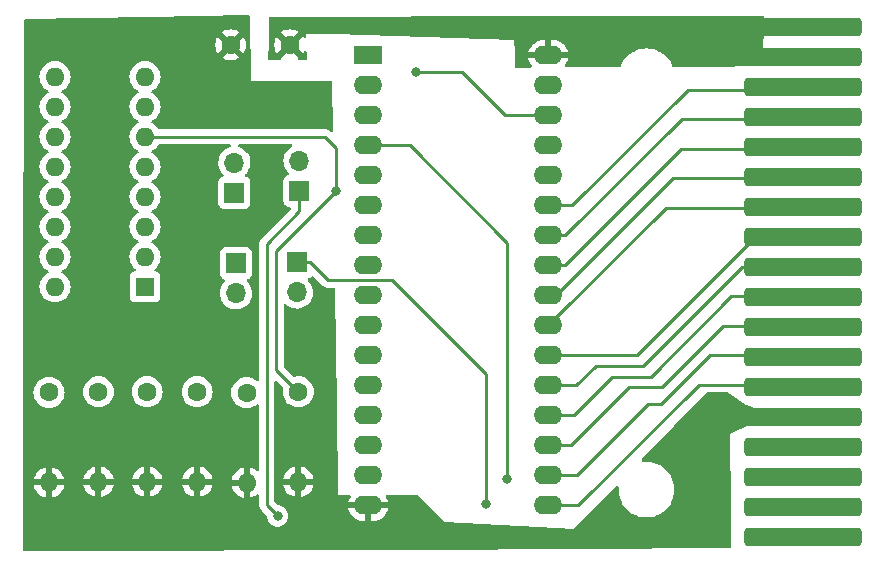
<source format=gtl>
G04 #@! TF.GenerationSoftware,KiCad,Pcbnew,6.0.0-d3dd2cf0fa~116~ubuntu20.04.1*
G04 #@! TF.CreationDate,2021-12-31T14:11:41+00:00*
G04 #@! TF.ProjectId,multicart,6d756c74-6963-4617-9274-2e6b69636164,V0.1*
G04 #@! TF.SameCoordinates,Original*
G04 #@! TF.FileFunction,Copper,L1,Top*
G04 #@! TF.FilePolarity,Positive*
%FSLAX46Y46*%
G04 Gerber Fmt 4.6, Leading zero omitted, Abs format (unit mm)*
G04 Created by KiCad (PCBNEW 6.0.0-d3dd2cf0fa~116~ubuntu20.04.1) date 2021-12-31 14:11:41*
%MOMM*%
%LPD*%
G01*
G04 APERTURE LIST*
G04 Aperture macros list*
%AMRoundRect*
0 Rectangle with rounded corners*
0 $1 Rounding radius*
0 $2 $3 $4 $5 $6 $7 $8 $9 X,Y pos of 4 corners*
0 Add a 4 corners polygon primitive as box body*
4,1,4,$2,$3,$4,$5,$6,$7,$8,$9,$2,$3,0*
0 Add four circle primitives for the rounded corners*
1,1,$1+$1,$2,$3*
1,1,$1+$1,$4,$5*
1,1,$1+$1,$6,$7*
1,1,$1+$1,$8,$9*
0 Add four rect primitives between the rounded corners*
20,1,$1+$1,$2,$3,$4,$5,0*
20,1,$1+$1,$4,$5,$6,$7,0*
20,1,$1+$1,$6,$7,$8,$9,0*
20,1,$1+$1,$8,$9,$2,$3,0*%
G04 Aperture macros list end*
G04 #@! TA.AperFunction,ComponentPad*
%ADD10R,2.400000X1.600000*%
G04 #@! TD*
G04 #@! TA.AperFunction,ComponentPad*
%ADD11O,2.400000X1.600000*%
G04 #@! TD*
G04 #@! TA.AperFunction,ComponentPad*
%ADD12R,1.600000X1.600000*%
G04 #@! TD*
G04 #@! TA.AperFunction,ComponentPad*
%ADD13O,1.600000X1.600000*%
G04 #@! TD*
G04 #@! TA.AperFunction,ComponentPad*
%ADD14C,1.600000*%
G04 #@! TD*
G04 #@! TA.AperFunction,ConnectorPad*
%ADD15RoundRect,0.400000X-4.600000X0.400000X-4.600000X-0.400000X4.600000X-0.400000X4.600000X0.400000X0*%
G04 #@! TD*
G04 #@! TA.AperFunction,ComponentPad*
%ADD16R,1.700000X1.700000*%
G04 #@! TD*
G04 #@! TA.AperFunction,ComponentPad*
%ADD17O,1.700000X1.700000*%
G04 #@! TD*
G04 #@! TA.AperFunction,ViaPad*
%ADD18C,0.800000*%
G04 #@! TD*
G04 #@! TA.AperFunction,Conductor*
%ADD19C,0.250000*%
G04 #@! TD*
G04 APERTURE END LIST*
D10*
X93954600Y-48844200D03*
D11*
X93954600Y-51384200D03*
X93954600Y-53924200D03*
X93954600Y-56464200D03*
X93954600Y-59004200D03*
X93954600Y-61544200D03*
X93954600Y-64084200D03*
X93954600Y-66624200D03*
X93954600Y-69164200D03*
X93954600Y-71704200D03*
X93954600Y-74244200D03*
X93954600Y-76784200D03*
X93954600Y-79324200D03*
X93954600Y-81864200D03*
X93954600Y-84404200D03*
X93954600Y-86944200D03*
X109194600Y-86944200D03*
X109194600Y-84404200D03*
X109194600Y-81864200D03*
X109194600Y-79324200D03*
X109194600Y-76784200D03*
X109194600Y-74244200D03*
X109194600Y-71704200D03*
X109194600Y-69164200D03*
X109194600Y-66624200D03*
X109194600Y-64084200D03*
X109194600Y-61544200D03*
X109194600Y-59004200D03*
X109194600Y-56464200D03*
X109194600Y-53924200D03*
X109194600Y-51384200D03*
X109194600Y-48844200D03*
D12*
X75057000Y-68427600D03*
D13*
X75057000Y-65887600D03*
X75057000Y-63347600D03*
X75057000Y-60807600D03*
X75057000Y-58267600D03*
X75057000Y-55727600D03*
X75057000Y-53187600D03*
X75057000Y-50647600D03*
X67437000Y-50647600D03*
X67437000Y-53187600D03*
X67437000Y-55727600D03*
X67437000Y-58267600D03*
X67437000Y-60807600D03*
X67437000Y-63347600D03*
X67437000Y-65887600D03*
X67437000Y-68427600D03*
D14*
X83667600Y-77393800D03*
D13*
X83667600Y-85013800D03*
D14*
X71120000Y-77317600D03*
D13*
X71120000Y-84937600D03*
D14*
X75234800Y-77317600D03*
D13*
X75234800Y-84937600D03*
D14*
X66929000Y-77368400D03*
D13*
X66929000Y-84988400D03*
D14*
X79476600Y-77317600D03*
D13*
X79476600Y-84937600D03*
D14*
X88036400Y-77317600D03*
D13*
X88036400Y-84937600D03*
D15*
X130810200Y-46400200D03*
X130810200Y-48940200D03*
X130810200Y-51480200D03*
X130810200Y-54020200D03*
X130810200Y-56560200D03*
X130810200Y-59100200D03*
X130810200Y-61640200D03*
X130810200Y-64180200D03*
X130810200Y-66720200D03*
X130810200Y-69260200D03*
X130810200Y-71800200D03*
X130810200Y-74340200D03*
X130810200Y-76880200D03*
X130810200Y-79420200D03*
X130810200Y-81960200D03*
X130810200Y-84500200D03*
X130810200Y-87040200D03*
X130810200Y-89580200D03*
D14*
X82321400Y-47955200D03*
X87321400Y-47955200D03*
D16*
X87934800Y-66370200D03*
D17*
X87934800Y-68910200D03*
D16*
X82753200Y-66446400D03*
D17*
X82753200Y-68986400D03*
D16*
X88138000Y-60325000D03*
D17*
X88138000Y-57785000D03*
D16*
X82626200Y-60452000D03*
D17*
X82626200Y-57912000D03*
D18*
X98000610Y-50259190D03*
X122504200Y-79324200D03*
X123698000Y-79324200D03*
X124790200Y-79324200D03*
X105714800Y-84745990D03*
X86283800Y-87833200D03*
X103911400Y-86842600D03*
X91236800Y-60325000D03*
D19*
X98008020Y-50266600D02*
X101879400Y-50266600D01*
X98000610Y-50259190D02*
X98008020Y-50266600D01*
X105537000Y-53924200D02*
X109194600Y-53924200D01*
X101879400Y-50266600D02*
X105537000Y-53924200D01*
X122504200Y-79324200D02*
X123698000Y-79324200D01*
X124790200Y-79324200D02*
X126714200Y-79324200D01*
X126714200Y-79324200D02*
X126810200Y-79420200D01*
X123698000Y-79324200D02*
X124790200Y-79324200D01*
X122097800Y-47015400D02*
X112979200Y-47015400D01*
X126810200Y-46740200D02*
X126810200Y-49240200D01*
X112748600Y-46740200D02*
X126810200Y-46740200D01*
X124322600Y-49240200D02*
X122097800Y-47015400D01*
X126810200Y-49240200D02*
X124322600Y-49240200D01*
X112979200Y-47015400D02*
X111150400Y-48844200D01*
X109194600Y-48844200D02*
X110644600Y-48844200D01*
X88456570Y-46820030D02*
X126390370Y-46820030D01*
X87321400Y-47955200D02*
X88456570Y-46820030D01*
X110644600Y-48844200D02*
X112748600Y-46740200D01*
X126390370Y-46820030D02*
X126810200Y-46400200D01*
X111150400Y-48844200D02*
X109194600Y-48844200D01*
X121938600Y-76740200D02*
X111734600Y-86944200D01*
X111734600Y-86944200D02*
X109594600Y-86944200D01*
X126810200Y-76740200D02*
X121938600Y-76740200D01*
X109594600Y-86944200D02*
X109194600Y-86944200D01*
X122889200Y-74240200D02*
X118770400Y-78359000D01*
X126810200Y-74240200D02*
X122889200Y-74240200D01*
X118770400Y-78359000D02*
X117678200Y-78359000D01*
X117678200Y-78359000D02*
X111633000Y-84404200D01*
X111633000Y-84404200D02*
X109194600Y-84404200D01*
X111125000Y-81864200D02*
X109194600Y-81864200D01*
X116052600Y-76936600D02*
X111125000Y-81864200D01*
X118795800Y-76936600D02*
X116052600Y-76936600D01*
X123992200Y-71740200D02*
X118795800Y-76936600D01*
X126810200Y-71740200D02*
X123992200Y-71740200D01*
X97485200Y-56464200D02*
X105714800Y-64693800D01*
X105714800Y-64693800D02*
X105714800Y-84180305D01*
X105714800Y-84180305D02*
X105714800Y-84745990D01*
X93954600Y-56464200D02*
X97485200Y-56464200D01*
X111379000Y-79324200D02*
X109194600Y-79324200D01*
X117881400Y-76073000D02*
X114630200Y-76073000D01*
X126810200Y-69240200D02*
X124714200Y-69240200D01*
X124714200Y-69240200D02*
X117881400Y-76073000D01*
X114630200Y-76073000D02*
X111379000Y-79324200D01*
X111582200Y-76784200D02*
X109194600Y-76784200D01*
X126810200Y-66740200D02*
X125639400Y-66740200D01*
X113207800Y-75158600D02*
X111582200Y-76784200D01*
X117221000Y-75158600D02*
X113207800Y-75158600D01*
X125639400Y-66740200D02*
X117221000Y-75158600D01*
X126742400Y-64240200D02*
X116738400Y-74244200D01*
X116738400Y-74244200D02*
X110644600Y-74244200D01*
X110644600Y-74244200D02*
X109194600Y-74244200D01*
X126810200Y-64240200D02*
X126742400Y-64240200D01*
X119158600Y-61740200D02*
X109956600Y-70942200D01*
X126810200Y-61740200D02*
X119158600Y-61740200D01*
X109956600Y-70942200D02*
X109194600Y-71704200D01*
X126810200Y-59240200D02*
X119779000Y-59240200D01*
X109855000Y-69164200D02*
X109194600Y-69164200D01*
X119779000Y-59240200D02*
X109855000Y-69164200D01*
X126810200Y-56740200D02*
X120475600Y-56740200D01*
X120475600Y-56740200D02*
X110644600Y-66571200D01*
X110644600Y-66571200D02*
X110644600Y-66624200D01*
X110644600Y-66624200D02*
X109194600Y-66624200D01*
X110644600Y-64084200D02*
X109194600Y-64084200D01*
X120486400Y-54240200D02*
X110644600Y-64082000D01*
X126810200Y-54240200D02*
X120486400Y-54240200D01*
X110644600Y-64082000D02*
X110644600Y-64084200D01*
X110644600Y-61544200D02*
X109194600Y-61544200D01*
X126785200Y-51765200D02*
X121031000Y-51765200D01*
X126810200Y-51740200D02*
X126785200Y-51765200D01*
X111252000Y-61544200D02*
X110644600Y-61544200D01*
X121031000Y-51765200D02*
X111252000Y-61544200D01*
X85369400Y-64795400D02*
X85369400Y-86918800D01*
X88138000Y-60325000D02*
X88138000Y-62026800D01*
X85883801Y-87433201D02*
X86283800Y-87833200D01*
X88138000Y-62026800D02*
X85369400Y-64795400D01*
X85369400Y-86918800D02*
X85883801Y-87433201D01*
X103911400Y-86276915D02*
X103911400Y-86842600D01*
X89034800Y-66370200D02*
X90533400Y-67868800D01*
X87934800Y-66370200D02*
X89034800Y-66370200D01*
X95986600Y-67868800D02*
X103911400Y-75793600D01*
X90533400Y-67868800D02*
X95986600Y-67868800D01*
X103911400Y-75793600D02*
X103911400Y-86276915D01*
X86156800Y-75438000D02*
X86156800Y-65405000D01*
X86156800Y-65405000D02*
X90836801Y-60724999D01*
X91236800Y-56667400D02*
X90297000Y-55727600D01*
X90836801Y-60724999D02*
X91236800Y-60325000D01*
X91236800Y-60325000D02*
X91236800Y-56667400D01*
X88036400Y-77317600D02*
X86156800Y-75438000D01*
X90297000Y-55727600D02*
X75057000Y-55727600D01*
G04 #@! TA.AperFunction,Conductor*
G36*
X83888341Y-45434383D02*
G01*
X83935862Y-45487130D01*
X83947323Y-45557195D01*
X83935041Y-45585527D01*
X83938826Y-45586944D01*
X83927931Y-45616048D01*
X83921600Y-45618400D01*
X83997800Y-51028600D01*
X90782415Y-51028600D01*
X90850536Y-51048602D01*
X90897029Y-51102258D01*
X90908402Y-51152771D01*
X90967067Y-55194813D01*
X90948055Y-55263217D01*
X90895080Y-55310484D01*
X90824960Y-55321607D01*
X90754826Y-55288491D01*
X90739348Y-55273956D01*
X90736507Y-55271202D01*
X90716770Y-55251465D01*
X90713573Y-55248985D01*
X90704551Y-55241280D01*
X90672321Y-55211014D01*
X90665375Y-55207195D01*
X90665372Y-55207193D01*
X90654566Y-55201252D01*
X90638047Y-55190401D01*
X90637583Y-55190041D01*
X90622041Y-55177986D01*
X90614772Y-55174841D01*
X90614768Y-55174838D01*
X90581463Y-55160426D01*
X90570813Y-55155209D01*
X90532060Y-55133905D01*
X90512437Y-55128867D01*
X90493734Y-55122463D01*
X90482420Y-55117567D01*
X90482419Y-55117567D01*
X90475145Y-55114419D01*
X90467322Y-55113180D01*
X90467312Y-55113177D01*
X90431476Y-55107501D01*
X90419856Y-55105095D01*
X90384711Y-55096072D01*
X90384710Y-55096072D01*
X90377030Y-55094100D01*
X90356776Y-55094100D01*
X90337065Y-55092549D01*
X90324886Y-55090620D01*
X90317057Y-55089380D01*
X90309165Y-55090126D01*
X90273039Y-55093541D01*
X90261181Y-55094100D01*
X76276394Y-55094100D01*
X76208273Y-55074098D01*
X76173181Y-55040371D01*
X76066357Y-54887811D01*
X76066355Y-54887808D01*
X76063198Y-54883300D01*
X75901300Y-54721402D01*
X75896792Y-54718245D01*
X75896789Y-54718243D01*
X75818611Y-54663502D01*
X75713749Y-54590077D01*
X75708767Y-54587754D01*
X75708762Y-54587751D01*
X75674543Y-54571795D01*
X75621258Y-54524878D01*
X75601797Y-54456601D01*
X75622339Y-54388641D01*
X75674543Y-54343405D01*
X75708762Y-54327449D01*
X75708767Y-54327446D01*
X75713749Y-54325123D01*
X75818611Y-54251698D01*
X75896789Y-54196957D01*
X75896792Y-54196955D01*
X75901300Y-54193798D01*
X76063198Y-54031900D01*
X76194523Y-53844349D01*
X76196846Y-53839367D01*
X76196849Y-53839362D01*
X76288961Y-53641825D01*
X76288961Y-53641824D01*
X76291284Y-53636843D01*
X76298604Y-53609527D01*
X76349119Y-53421002D01*
X76349119Y-53421000D01*
X76350543Y-53415687D01*
X76370498Y-53187600D01*
X76350543Y-52959513D01*
X76339420Y-52918002D01*
X76292707Y-52743667D01*
X76292706Y-52743665D01*
X76291284Y-52738357D01*
X76252041Y-52654200D01*
X76196849Y-52535838D01*
X76196846Y-52535833D01*
X76194523Y-52530851D01*
X76101990Y-52398700D01*
X76066357Y-52347811D01*
X76066355Y-52347808D01*
X76063198Y-52343300D01*
X75901300Y-52181402D01*
X75896792Y-52178245D01*
X75896789Y-52178243D01*
X75818611Y-52123502D01*
X75713749Y-52050077D01*
X75708767Y-52047754D01*
X75708762Y-52047751D01*
X75674543Y-52031795D01*
X75621258Y-51984878D01*
X75601797Y-51916601D01*
X75622339Y-51848641D01*
X75674543Y-51803405D01*
X75708762Y-51787449D01*
X75708767Y-51787446D01*
X75713749Y-51785123D01*
X75818611Y-51711698D01*
X75896789Y-51656957D01*
X75896792Y-51656955D01*
X75901300Y-51653798D01*
X76063198Y-51491900D01*
X76194523Y-51304349D01*
X76196846Y-51299367D01*
X76196849Y-51299362D01*
X76288961Y-51101825D01*
X76288961Y-51101824D01*
X76291284Y-51096843D01*
X76350543Y-50875687D01*
X76370498Y-50647600D01*
X76350543Y-50419513D01*
X76339420Y-50378002D01*
X76292707Y-50203667D01*
X76292706Y-50203665D01*
X76291284Y-50198357D01*
X76235387Y-50078484D01*
X76196849Y-49995838D01*
X76196846Y-49995833D01*
X76194523Y-49990851D01*
X76102607Y-49859582D01*
X76066357Y-49807811D01*
X76066355Y-49807808D01*
X76063198Y-49803300D01*
X75901300Y-49641402D01*
X75896792Y-49638245D01*
X75896789Y-49638243D01*
X75814072Y-49580324D01*
X75713749Y-49510077D01*
X75708767Y-49507754D01*
X75708762Y-49507751D01*
X75511225Y-49415639D01*
X75511224Y-49415639D01*
X75506243Y-49413316D01*
X75500935Y-49411894D01*
X75500933Y-49411893D01*
X75290402Y-49355481D01*
X75290400Y-49355481D01*
X75285087Y-49354057D01*
X75057000Y-49334102D01*
X74828913Y-49354057D01*
X74823600Y-49355481D01*
X74823598Y-49355481D01*
X74613067Y-49411893D01*
X74613065Y-49411894D01*
X74607757Y-49413316D01*
X74602776Y-49415639D01*
X74602775Y-49415639D01*
X74405238Y-49507751D01*
X74405233Y-49507754D01*
X74400251Y-49510077D01*
X74299928Y-49580324D01*
X74217211Y-49638243D01*
X74217208Y-49638245D01*
X74212700Y-49641402D01*
X74050802Y-49803300D01*
X74047645Y-49807808D01*
X74047643Y-49807811D01*
X74011393Y-49859582D01*
X73919477Y-49990851D01*
X73917154Y-49995833D01*
X73917151Y-49995838D01*
X73878613Y-50078484D01*
X73822716Y-50198357D01*
X73821294Y-50203665D01*
X73821293Y-50203667D01*
X73774580Y-50378002D01*
X73763457Y-50419513D01*
X73743502Y-50647600D01*
X73763457Y-50875687D01*
X73822716Y-51096843D01*
X73825039Y-51101824D01*
X73825039Y-51101825D01*
X73917151Y-51299362D01*
X73917154Y-51299367D01*
X73919477Y-51304349D01*
X74050802Y-51491900D01*
X74212700Y-51653798D01*
X74217208Y-51656955D01*
X74217211Y-51656957D01*
X74295389Y-51711698D01*
X74400251Y-51785123D01*
X74405233Y-51787446D01*
X74405238Y-51787449D01*
X74439457Y-51803405D01*
X74492742Y-51850322D01*
X74512203Y-51918599D01*
X74491661Y-51986559D01*
X74439457Y-52031795D01*
X74405238Y-52047751D01*
X74405233Y-52047754D01*
X74400251Y-52050077D01*
X74295389Y-52123502D01*
X74217211Y-52178243D01*
X74217208Y-52178245D01*
X74212700Y-52181402D01*
X74050802Y-52343300D01*
X74047645Y-52347808D01*
X74047643Y-52347811D01*
X74012010Y-52398700D01*
X73919477Y-52530851D01*
X73917154Y-52535833D01*
X73917151Y-52535838D01*
X73861959Y-52654200D01*
X73822716Y-52738357D01*
X73821294Y-52743665D01*
X73821293Y-52743667D01*
X73774580Y-52918002D01*
X73763457Y-52959513D01*
X73743502Y-53187600D01*
X73763457Y-53415687D01*
X73764881Y-53421000D01*
X73764881Y-53421002D01*
X73815397Y-53609527D01*
X73822716Y-53636843D01*
X73825039Y-53641824D01*
X73825039Y-53641825D01*
X73917151Y-53839362D01*
X73917154Y-53839367D01*
X73919477Y-53844349D01*
X74050802Y-54031900D01*
X74212700Y-54193798D01*
X74217208Y-54196955D01*
X74217211Y-54196957D01*
X74295389Y-54251698D01*
X74400251Y-54325123D01*
X74405233Y-54327446D01*
X74405238Y-54327449D01*
X74439457Y-54343405D01*
X74492742Y-54390322D01*
X74512203Y-54458599D01*
X74491661Y-54526559D01*
X74439457Y-54571795D01*
X74405238Y-54587751D01*
X74405233Y-54587754D01*
X74400251Y-54590077D01*
X74295389Y-54663502D01*
X74217211Y-54718243D01*
X74217208Y-54718245D01*
X74212700Y-54721402D01*
X74050802Y-54883300D01*
X74047645Y-54887808D01*
X74047643Y-54887811D01*
X73992902Y-54965989D01*
X73919477Y-55070851D01*
X73917154Y-55075833D01*
X73917151Y-55075838D01*
X73836409Y-55248992D01*
X73822716Y-55278357D01*
X73821294Y-55283665D01*
X73821293Y-55283667D01*
X73809119Y-55329102D01*
X73763457Y-55499513D01*
X73743502Y-55727600D01*
X73763457Y-55955687D01*
X73764881Y-55961000D01*
X73764881Y-55961002D01*
X73792936Y-56065702D01*
X73822716Y-56176843D01*
X73825039Y-56181824D01*
X73825039Y-56181825D01*
X73917151Y-56379362D01*
X73917154Y-56379367D01*
X73919477Y-56384349D01*
X73977398Y-56467069D01*
X74045466Y-56564279D01*
X74050802Y-56571900D01*
X74212700Y-56733798D01*
X74217208Y-56736955D01*
X74217211Y-56736957D01*
X74278397Y-56779800D01*
X74400251Y-56865123D01*
X74405233Y-56867446D01*
X74405238Y-56867449D01*
X74439457Y-56883405D01*
X74492742Y-56930322D01*
X74512203Y-56998599D01*
X74491661Y-57066559D01*
X74439457Y-57111795D01*
X74405238Y-57127751D01*
X74405233Y-57127754D01*
X74400251Y-57130077D01*
X74295389Y-57203502D01*
X74217211Y-57258243D01*
X74217208Y-57258245D01*
X74212700Y-57261402D01*
X74050802Y-57423300D01*
X74047645Y-57427808D01*
X74047643Y-57427811D01*
X73992902Y-57505989D01*
X73919477Y-57610851D01*
X73917154Y-57615833D01*
X73917151Y-57615838D01*
X73836701Y-57788365D01*
X73822716Y-57818357D01*
X73821294Y-57823665D01*
X73821293Y-57823667D01*
X73782204Y-57969547D01*
X73763457Y-58039513D01*
X73743502Y-58267600D01*
X73763457Y-58495687D01*
X73764881Y-58501000D01*
X73764881Y-58501002D01*
X73820916Y-58710124D01*
X73822716Y-58716843D01*
X73825039Y-58721824D01*
X73825039Y-58721825D01*
X73917151Y-58919362D01*
X73917154Y-58919367D01*
X73919477Y-58924349D01*
X73987316Y-59021233D01*
X74017485Y-59064318D01*
X74050802Y-59111900D01*
X74212700Y-59273798D01*
X74217208Y-59276955D01*
X74217211Y-59276957D01*
X74221977Y-59280294D01*
X74400251Y-59405123D01*
X74405233Y-59407446D01*
X74405238Y-59407449D01*
X74439457Y-59423405D01*
X74492742Y-59470322D01*
X74512203Y-59538599D01*
X74491661Y-59606559D01*
X74439457Y-59651795D01*
X74405238Y-59667751D01*
X74405233Y-59667754D01*
X74400251Y-59670077D01*
X74347824Y-59706787D01*
X74217211Y-59798243D01*
X74217208Y-59798245D01*
X74212700Y-59801402D01*
X74050802Y-59963300D01*
X74047645Y-59967808D01*
X74047643Y-59967811D01*
X73992902Y-60045989D01*
X73919477Y-60150851D01*
X73917154Y-60155833D01*
X73917151Y-60155838D01*
X73830844Y-60340926D01*
X73822716Y-60358357D01*
X73821294Y-60363665D01*
X73821293Y-60363667D01*
X73774580Y-60538002D01*
X73763457Y-60579513D01*
X73743502Y-60807600D01*
X73763457Y-61035687D01*
X73764881Y-61041000D01*
X73764881Y-61041002D01*
X73813684Y-61223134D01*
X73822716Y-61256843D01*
X73825039Y-61261824D01*
X73825039Y-61261825D01*
X73917151Y-61459362D01*
X73917154Y-61459367D01*
X73919477Y-61464349D01*
X73978544Y-61548705D01*
X74028626Y-61620229D01*
X74050802Y-61651900D01*
X74212700Y-61813798D01*
X74217208Y-61816955D01*
X74217211Y-61816957D01*
X74232171Y-61827432D01*
X74400251Y-61945123D01*
X74405233Y-61947446D01*
X74405238Y-61947449D01*
X74439457Y-61963405D01*
X74492742Y-62010322D01*
X74512203Y-62078599D01*
X74491661Y-62146559D01*
X74439457Y-62191795D01*
X74405238Y-62207751D01*
X74405233Y-62207754D01*
X74400251Y-62210077D01*
X74295389Y-62283502D01*
X74217211Y-62338243D01*
X74217208Y-62338245D01*
X74212700Y-62341402D01*
X74050802Y-62503300D01*
X74047645Y-62507808D01*
X74047643Y-62507811D01*
X73992902Y-62585989D01*
X73919477Y-62690851D01*
X73917154Y-62695833D01*
X73917151Y-62695838D01*
X73878613Y-62778484D01*
X73822716Y-62898357D01*
X73821294Y-62903665D01*
X73821293Y-62903667D01*
X73774580Y-63078002D01*
X73763457Y-63119513D01*
X73743502Y-63347600D01*
X73763457Y-63575687D01*
X73764881Y-63581000D01*
X73764881Y-63581002D01*
X73800004Y-63712080D01*
X73822716Y-63796843D01*
X73825039Y-63801824D01*
X73825039Y-63801825D01*
X73917151Y-63999362D01*
X73917154Y-63999367D01*
X73919477Y-64004349D01*
X74050802Y-64191900D01*
X74212700Y-64353798D01*
X74217208Y-64356955D01*
X74217211Y-64356957D01*
X74255147Y-64383520D01*
X74400251Y-64485123D01*
X74405233Y-64487446D01*
X74405238Y-64487449D01*
X74439457Y-64503405D01*
X74492742Y-64550322D01*
X74512203Y-64618599D01*
X74491661Y-64686559D01*
X74439457Y-64731795D01*
X74405238Y-64747751D01*
X74405233Y-64747754D01*
X74400251Y-64750077D01*
X74295389Y-64823502D01*
X74217211Y-64878243D01*
X74217208Y-64878245D01*
X74212700Y-64881402D01*
X74050802Y-65043300D01*
X74047645Y-65047808D01*
X74047643Y-65047811D01*
X74015440Y-65093802D01*
X73919477Y-65230851D01*
X73917154Y-65235833D01*
X73917151Y-65235838D01*
X73895671Y-65281903D01*
X73822716Y-65438357D01*
X73821294Y-65443665D01*
X73821293Y-65443667D01*
X73764881Y-65654198D01*
X73763457Y-65659513D01*
X73743502Y-65887600D01*
X73763457Y-66115687D01*
X73764881Y-66121000D01*
X73764881Y-66121002D01*
X73789286Y-66212080D01*
X73822716Y-66336843D01*
X73825039Y-66341824D01*
X73825039Y-66341825D01*
X73917151Y-66539362D01*
X73917154Y-66539367D01*
X73919477Y-66544349D01*
X74050802Y-66731900D01*
X74212700Y-66893798D01*
X74217211Y-66896957D01*
X74221424Y-66900492D01*
X74220473Y-66901626D01*
X74260471Y-66951671D01*
X74267776Y-67022290D01*
X74235742Y-67085649D01*
X74174538Y-67121630D01*
X74157483Y-67124682D01*
X74146684Y-67125855D01*
X74010295Y-67176985D01*
X73893739Y-67264339D01*
X73806385Y-67380895D01*
X73755255Y-67517284D01*
X73748500Y-67579466D01*
X73748500Y-69275734D01*
X73755255Y-69337916D01*
X73806385Y-69474305D01*
X73893739Y-69590861D01*
X74010295Y-69678215D01*
X74146684Y-69729345D01*
X74208866Y-69736100D01*
X75905134Y-69736100D01*
X75967316Y-69729345D01*
X76103705Y-69678215D01*
X76220261Y-69590861D01*
X76307615Y-69474305D01*
X76358745Y-69337916D01*
X76365500Y-69275734D01*
X76365500Y-68953095D01*
X81390451Y-68953095D01*
X81390748Y-68958248D01*
X81390748Y-68958251D01*
X81403012Y-69170947D01*
X81403310Y-69176115D01*
X81404447Y-69181161D01*
X81404448Y-69181167D01*
X81409419Y-69203223D01*
X81452422Y-69394039D01*
X81490661Y-69488211D01*
X81532343Y-69590861D01*
X81536466Y-69601016D01*
X81562005Y-69642692D01*
X81635863Y-69763217D01*
X81653187Y-69791488D01*
X81799450Y-69960338D01*
X81971326Y-70103032D01*
X82164200Y-70215738D01*
X82169025Y-70217580D01*
X82169026Y-70217581D01*
X82176047Y-70220262D01*
X82372892Y-70295430D01*
X82377960Y-70296461D01*
X82377963Y-70296462D01*
X82485217Y-70318283D01*
X82591797Y-70339967D01*
X82596972Y-70340157D01*
X82596974Y-70340157D01*
X82809873Y-70347964D01*
X82809877Y-70347964D01*
X82815037Y-70348153D01*
X82820157Y-70347497D01*
X82820159Y-70347497D01*
X83031488Y-70320425D01*
X83031489Y-70320425D01*
X83036616Y-70319768D01*
X83096763Y-70301723D01*
X83245629Y-70257061D01*
X83245634Y-70257059D01*
X83250584Y-70255574D01*
X83451194Y-70157296D01*
X83633060Y-70027573D01*
X83791296Y-69869889D01*
X83850794Y-69787089D01*
X83918635Y-69692677D01*
X83921653Y-69688477D01*
X83957238Y-69616477D01*
X84018336Y-69492853D01*
X84018337Y-69492851D01*
X84020630Y-69488211D01*
X84085570Y-69274469D01*
X84114729Y-69052990D01*
X84116356Y-68986400D01*
X84098052Y-68763761D01*
X84043631Y-68547102D01*
X83954554Y-68342240D01*
X83862220Y-68199513D01*
X83836022Y-68159017D01*
X83836020Y-68159014D01*
X83833214Y-68154677D01*
X83829732Y-68150850D01*
X83685998Y-67992888D01*
X83654946Y-67929042D01*
X83663341Y-67858543D01*
X83708517Y-67803775D01*
X83734961Y-67790106D01*
X83841497Y-67750167D01*
X83849905Y-67747015D01*
X83966461Y-67659661D01*
X84053815Y-67543105D01*
X84104945Y-67406716D01*
X84111700Y-67344534D01*
X84111700Y-65548266D01*
X84104945Y-65486084D01*
X84053815Y-65349695D01*
X83966461Y-65233139D01*
X83849905Y-65145785D01*
X83713516Y-65094655D01*
X83651334Y-65087900D01*
X81855066Y-65087900D01*
X81792884Y-65094655D01*
X81656495Y-65145785D01*
X81539939Y-65233139D01*
X81452585Y-65349695D01*
X81401455Y-65486084D01*
X81394700Y-65548266D01*
X81394700Y-67344534D01*
X81401455Y-67406716D01*
X81452585Y-67543105D01*
X81539939Y-67659661D01*
X81656495Y-67747015D01*
X81664904Y-67750167D01*
X81664905Y-67750168D01*
X81773651Y-67790935D01*
X81830416Y-67833576D01*
X81855116Y-67900138D01*
X81839909Y-67969487D01*
X81820516Y-67995968D01*
X81693829Y-68128538D01*
X81567943Y-68313080D01*
X81534380Y-68385386D01*
X81481026Y-68500328D01*
X81473888Y-68515705D01*
X81414189Y-68730970D01*
X81390451Y-68953095D01*
X76365500Y-68953095D01*
X76365500Y-67579466D01*
X76358745Y-67517284D01*
X76307615Y-67380895D01*
X76220261Y-67264339D01*
X76103705Y-67176985D01*
X75967316Y-67125855D01*
X75956526Y-67124683D01*
X75954394Y-67123797D01*
X75951778Y-67123175D01*
X75951879Y-67122752D01*
X75890965Y-67097445D01*
X75850537Y-67039083D01*
X75848078Y-66968129D01*
X75884371Y-66907110D01*
X75893031Y-66900111D01*
X75896793Y-66896954D01*
X75901300Y-66893798D01*
X76063198Y-66731900D01*
X76194523Y-66544349D01*
X76196846Y-66539367D01*
X76196849Y-66539362D01*
X76288961Y-66341825D01*
X76288961Y-66341824D01*
X76291284Y-66336843D01*
X76324715Y-66212080D01*
X76349119Y-66121002D01*
X76349119Y-66121000D01*
X76350543Y-66115687D01*
X76370498Y-65887600D01*
X76350543Y-65659513D01*
X76349119Y-65654198D01*
X76292707Y-65443667D01*
X76292706Y-65443665D01*
X76291284Y-65438357D01*
X76218329Y-65281903D01*
X76196849Y-65235838D01*
X76196846Y-65235833D01*
X76194523Y-65230851D01*
X76098560Y-65093802D01*
X76066357Y-65047811D01*
X76066355Y-65047808D01*
X76063198Y-65043300D01*
X75901300Y-64881402D01*
X75896792Y-64878245D01*
X75896789Y-64878243D01*
X75818611Y-64823502D01*
X75713749Y-64750077D01*
X75708767Y-64747754D01*
X75708762Y-64747751D01*
X75674543Y-64731795D01*
X75621258Y-64684878D01*
X75601797Y-64616601D01*
X75622339Y-64548641D01*
X75674543Y-64503405D01*
X75708762Y-64487449D01*
X75708767Y-64487446D01*
X75713749Y-64485123D01*
X75858853Y-64383520D01*
X75896789Y-64356957D01*
X75896792Y-64356955D01*
X75901300Y-64353798D01*
X76063198Y-64191900D01*
X76194523Y-64004349D01*
X76196846Y-63999367D01*
X76196849Y-63999362D01*
X76288961Y-63801825D01*
X76288961Y-63801824D01*
X76291284Y-63796843D01*
X76313997Y-63712080D01*
X76349119Y-63581002D01*
X76349119Y-63581000D01*
X76350543Y-63575687D01*
X76370498Y-63347600D01*
X76350543Y-63119513D01*
X76339420Y-63078002D01*
X76292707Y-62903667D01*
X76292706Y-62903665D01*
X76291284Y-62898357D01*
X76235387Y-62778484D01*
X76196849Y-62695838D01*
X76196846Y-62695833D01*
X76194523Y-62690851D01*
X76121098Y-62585989D01*
X76066357Y-62507811D01*
X76066355Y-62507808D01*
X76063198Y-62503300D01*
X75901300Y-62341402D01*
X75896792Y-62338245D01*
X75896789Y-62338243D01*
X75818611Y-62283502D01*
X75713749Y-62210077D01*
X75708767Y-62207754D01*
X75708762Y-62207751D01*
X75674543Y-62191795D01*
X75621258Y-62144878D01*
X75601797Y-62076601D01*
X75622339Y-62008641D01*
X75674543Y-61963405D01*
X75708762Y-61947449D01*
X75708767Y-61947446D01*
X75713749Y-61945123D01*
X75881829Y-61827432D01*
X75896789Y-61816957D01*
X75896792Y-61816955D01*
X75901300Y-61813798D01*
X76063198Y-61651900D01*
X76085375Y-61620229D01*
X76135456Y-61548705D01*
X76194523Y-61464349D01*
X76196846Y-61459367D01*
X76196849Y-61459362D01*
X76288961Y-61261825D01*
X76288961Y-61261824D01*
X76291284Y-61256843D01*
X76300317Y-61223134D01*
X76349119Y-61041002D01*
X76349119Y-61041000D01*
X76350543Y-61035687D01*
X76370498Y-60807600D01*
X76350543Y-60579513D01*
X76339420Y-60538002D01*
X76292707Y-60363667D01*
X76292706Y-60363665D01*
X76291284Y-60358357D01*
X76283156Y-60340926D01*
X76196849Y-60155838D01*
X76196846Y-60155833D01*
X76194523Y-60150851D01*
X76121098Y-60045989D01*
X76066357Y-59967811D01*
X76066355Y-59967808D01*
X76063198Y-59963300D01*
X75901300Y-59801402D01*
X75896792Y-59798245D01*
X75896789Y-59798243D01*
X75766176Y-59706787D01*
X75713749Y-59670077D01*
X75708767Y-59667754D01*
X75708762Y-59667751D01*
X75674543Y-59651795D01*
X75621258Y-59604878D01*
X75601797Y-59536601D01*
X75622339Y-59468641D01*
X75674543Y-59423405D01*
X75708762Y-59407449D01*
X75708767Y-59407446D01*
X75713749Y-59405123D01*
X75892023Y-59280294D01*
X75896789Y-59276957D01*
X75896792Y-59276955D01*
X75901300Y-59273798D01*
X76063198Y-59111900D01*
X76096516Y-59064318D01*
X76126684Y-59021233D01*
X76194523Y-58924349D01*
X76196846Y-58919367D01*
X76196849Y-58919362D01*
X76288961Y-58721825D01*
X76288961Y-58721824D01*
X76291284Y-58716843D01*
X76293085Y-58710124D01*
X76349119Y-58501002D01*
X76349119Y-58501000D01*
X76350543Y-58495687D01*
X76370498Y-58267600D01*
X76350543Y-58039513D01*
X76331796Y-57969547D01*
X76292707Y-57823667D01*
X76292706Y-57823665D01*
X76291284Y-57818357D01*
X76277299Y-57788365D01*
X76196849Y-57615838D01*
X76196846Y-57615833D01*
X76194523Y-57610851D01*
X76121098Y-57505989D01*
X76066357Y-57427811D01*
X76066355Y-57427808D01*
X76063198Y-57423300D01*
X75901300Y-57261402D01*
X75896792Y-57258245D01*
X75896789Y-57258243D01*
X75818611Y-57203502D01*
X75713749Y-57130077D01*
X75708767Y-57127754D01*
X75708762Y-57127751D01*
X75674543Y-57111795D01*
X75621258Y-57064878D01*
X75601797Y-56996601D01*
X75622339Y-56928641D01*
X75674543Y-56883405D01*
X75708762Y-56867449D01*
X75708767Y-56867446D01*
X75713749Y-56865123D01*
X75835603Y-56779800D01*
X75896789Y-56736957D01*
X75896792Y-56736955D01*
X75901300Y-56733798D01*
X76063198Y-56571900D01*
X76066357Y-56567389D01*
X76173181Y-56414829D01*
X76228638Y-56370501D01*
X76276394Y-56361100D01*
X82207172Y-56361100D01*
X82275293Y-56381102D01*
X82321786Y-56434758D01*
X82331890Y-56505032D01*
X82302396Y-56569612D01*
X82246317Y-56606865D01*
X82097956Y-56655357D01*
X82067643Y-56671137D01*
X81940465Y-56737342D01*
X81899807Y-56758507D01*
X81895674Y-56761610D01*
X81895671Y-56761612D01*
X81733458Y-56883405D01*
X81721165Y-56892635D01*
X81566829Y-57054138D01*
X81563915Y-57058410D01*
X81563914Y-57058411D01*
X81527498Y-57111795D01*
X81440943Y-57238680D01*
X81408534Y-57308500D01*
X81353152Y-57427811D01*
X81346888Y-57441305D01*
X81287189Y-57656570D01*
X81263451Y-57878695D01*
X81263748Y-57883848D01*
X81263748Y-57883851D01*
X81274658Y-58073069D01*
X81276310Y-58101715D01*
X81277447Y-58106761D01*
X81277448Y-58106767D01*
X81295664Y-58187596D01*
X81325422Y-58319639D01*
X81409466Y-58526616D01*
X81412165Y-58531020D01*
X81503857Y-58680648D01*
X81526187Y-58717088D01*
X81672450Y-58885938D01*
X81676430Y-58889242D01*
X81681181Y-58893187D01*
X81720816Y-58952090D01*
X81722313Y-59023071D01*
X81685197Y-59083593D01*
X81644925Y-59108112D01*
X81616098Y-59118919D01*
X81529495Y-59151385D01*
X81412939Y-59238739D01*
X81325585Y-59355295D01*
X81274455Y-59491684D01*
X81267700Y-59553866D01*
X81267700Y-61350134D01*
X81274455Y-61412316D01*
X81325585Y-61548705D01*
X81412939Y-61665261D01*
X81529495Y-61752615D01*
X81665884Y-61803745D01*
X81728066Y-61810500D01*
X83524334Y-61810500D01*
X83586516Y-61803745D01*
X83722905Y-61752615D01*
X83839461Y-61665261D01*
X83926815Y-61548705D01*
X83977945Y-61412316D01*
X83984700Y-61350134D01*
X83984700Y-59553866D01*
X83977945Y-59491684D01*
X83926815Y-59355295D01*
X83839461Y-59238739D01*
X83722905Y-59151385D01*
X83710332Y-59146672D01*
X83604403Y-59106960D01*
X83547639Y-59064318D01*
X83522939Y-58997756D01*
X83538147Y-58928408D01*
X83559693Y-58899727D01*
X83577451Y-58882031D01*
X83664296Y-58795489D01*
X83690561Y-58758938D01*
X83791635Y-58618277D01*
X83794653Y-58614077D01*
X83893630Y-58413811D01*
X83936389Y-58273075D01*
X83957065Y-58205023D01*
X83957065Y-58205021D01*
X83958570Y-58200069D01*
X83987729Y-57978590D01*
X83989356Y-57912000D01*
X83971052Y-57689361D01*
X83916631Y-57472702D01*
X83827554Y-57267840D01*
X83742581Y-57136492D01*
X83709022Y-57084617D01*
X83709020Y-57084614D01*
X83706214Y-57080277D01*
X83555870Y-56915051D01*
X83551819Y-56911852D01*
X83551815Y-56911848D01*
X83384614Y-56779800D01*
X83384610Y-56779798D01*
X83380559Y-56776598D01*
X83360700Y-56765635D01*
X83328336Y-56747769D01*
X83184989Y-56668638D01*
X83180120Y-56666914D01*
X83180116Y-56666912D01*
X83007746Y-56605873D01*
X82950210Y-56564279D01*
X82924294Y-56498181D01*
X82938228Y-56428565D01*
X82987587Y-56377534D01*
X83049806Y-56361100D01*
X87416135Y-56361100D01*
X87484256Y-56381102D01*
X87530749Y-56434758D01*
X87540853Y-56505032D01*
X87511359Y-56569612D01*
X87474317Y-56598862D01*
X87411607Y-56631507D01*
X87407474Y-56634610D01*
X87407471Y-56634612D01*
X87238323Y-56761612D01*
X87232965Y-56765635D01*
X87229393Y-56769373D01*
X87090180Y-56915051D01*
X87078629Y-56927138D01*
X87075715Y-56931410D01*
X87075714Y-56931411D01*
X87030563Y-56997600D01*
X86952743Y-57111680D01*
X86937003Y-57145590D01*
X86861383Y-57308500D01*
X86858688Y-57314305D01*
X86798989Y-57529570D01*
X86775251Y-57751695D01*
X86775548Y-57756848D01*
X86775548Y-57756851D01*
X86784494Y-57912000D01*
X86788110Y-57974715D01*
X86789247Y-57979761D01*
X86789248Y-57979767D01*
X86789731Y-57981908D01*
X86837222Y-58192639D01*
X86921266Y-58399616D01*
X87037987Y-58590088D01*
X87184250Y-58758938D01*
X87188230Y-58762242D01*
X87192981Y-58766187D01*
X87232616Y-58825090D01*
X87234113Y-58896071D01*
X87196997Y-58956593D01*
X87156725Y-58981112D01*
X87095138Y-59004200D01*
X87041295Y-59024385D01*
X86924739Y-59111739D01*
X86837385Y-59228295D01*
X86786255Y-59364684D01*
X86779500Y-59426866D01*
X86779500Y-61223134D01*
X86786255Y-61285316D01*
X86837385Y-61421705D01*
X86924739Y-61538261D01*
X87041295Y-61625615D01*
X87177684Y-61676745D01*
X87239866Y-61683500D01*
X87281206Y-61683500D01*
X87349327Y-61703502D01*
X87395820Y-61757158D01*
X87405924Y-61827432D01*
X87376430Y-61892012D01*
X87370302Y-61898594D01*
X86154697Y-63114198D01*
X84977147Y-64291748D01*
X84968861Y-64299288D01*
X84962382Y-64303400D01*
X84956957Y-64309177D01*
X84915757Y-64353051D01*
X84913002Y-64355893D01*
X84893265Y-64375630D01*
X84890785Y-64378827D01*
X84883082Y-64387847D01*
X84852814Y-64420079D01*
X84848995Y-64427025D01*
X84848993Y-64427028D01*
X84843052Y-64437834D01*
X84832201Y-64454353D01*
X84819786Y-64470359D01*
X84816641Y-64477628D01*
X84816638Y-64477632D01*
X84802226Y-64510937D01*
X84797009Y-64521587D01*
X84775705Y-64560340D01*
X84773734Y-64568015D01*
X84773734Y-64568016D01*
X84770667Y-64579962D01*
X84764263Y-64598666D01*
X84756219Y-64617255D01*
X84754980Y-64625078D01*
X84754977Y-64625088D01*
X84749301Y-64660924D01*
X84746895Y-64672544D01*
X84743297Y-64686559D01*
X84735900Y-64715370D01*
X84735900Y-64735624D01*
X84734349Y-64755334D01*
X84731180Y-64775343D01*
X84731926Y-64783235D01*
X84735341Y-64819361D01*
X84735900Y-64831219D01*
X84735900Y-76307412D01*
X84715898Y-76375533D01*
X84662242Y-76422026D01*
X84591968Y-76432130D01*
X84527388Y-76402636D01*
X84520805Y-76396507D01*
X84511900Y-76387602D01*
X84507392Y-76384445D01*
X84507389Y-76384443D01*
X84397377Y-76307412D01*
X84324349Y-76256277D01*
X84319367Y-76253954D01*
X84319362Y-76253951D01*
X84121825Y-76161839D01*
X84121824Y-76161839D01*
X84116843Y-76159516D01*
X84111535Y-76158094D01*
X84111533Y-76158093D01*
X83901002Y-76101681D01*
X83901000Y-76101681D01*
X83895687Y-76100257D01*
X83667600Y-76080302D01*
X83439513Y-76100257D01*
X83434200Y-76101681D01*
X83434198Y-76101681D01*
X83223667Y-76158093D01*
X83223665Y-76158094D01*
X83218357Y-76159516D01*
X83213376Y-76161839D01*
X83213375Y-76161839D01*
X83015838Y-76253951D01*
X83015833Y-76253954D01*
X83010851Y-76256277D01*
X82937823Y-76307412D01*
X82827811Y-76384443D01*
X82827808Y-76384445D01*
X82823300Y-76387602D01*
X82661402Y-76549500D01*
X82658245Y-76554008D01*
X82658243Y-76554011D01*
X82611652Y-76620550D01*
X82530077Y-76737051D01*
X82527754Y-76742033D01*
X82527751Y-76742038D01*
X82468848Y-76868357D01*
X82433316Y-76944557D01*
X82431894Y-76949865D01*
X82431893Y-76949867D01*
X82375481Y-77160398D01*
X82374057Y-77165713D01*
X82354102Y-77393800D01*
X82374057Y-77621887D01*
X82375481Y-77627200D01*
X82375481Y-77627202D01*
X82429534Y-77828927D01*
X82433316Y-77843043D01*
X82435639Y-77848024D01*
X82435639Y-77848025D01*
X82527751Y-78045562D01*
X82527754Y-78045567D01*
X82530077Y-78050549D01*
X82533234Y-78055057D01*
X82643617Y-78212700D01*
X82661402Y-78238100D01*
X82823300Y-78399998D01*
X82827808Y-78403155D01*
X82827811Y-78403157D01*
X82829985Y-78404679D01*
X83010851Y-78531323D01*
X83015833Y-78533646D01*
X83015838Y-78533649D01*
X83213375Y-78625761D01*
X83218357Y-78628084D01*
X83223665Y-78629506D01*
X83223667Y-78629507D01*
X83434198Y-78685919D01*
X83434200Y-78685919D01*
X83439513Y-78687343D01*
X83667600Y-78707298D01*
X83895687Y-78687343D01*
X83901000Y-78685919D01*
X83901002Y-78685919D01*
X84111533Y-78629507D01*
X84111535Y-78629506D01*
X84116843Y-78628084D01*
X84121825Y-78625761D01*
X84319362Y-78533649D01*
X84319367Y-78533646D01*
X84324349Y-78531323D01*
X84505215Y-78404679D01*
X84507389Y-78403157D01*
X84507392Y-78403155D01*
X84511900Y-78399998D01*
X84520805Y-78391093D01*
X84583117Y-78357067D01*
X84653932Y-78362132D01*
X84710768Y-78404679D01*
X84735579Y-78471199D01*
X84735900Y-78480188D01*
X84735900Y-83928119D01*
X84715898Y-83996240D01*
X84662242Y-84042733D01*
X84591968Y-84052837D01*
X84527388Y-84023343D01*
X84520805Y-84017214D01*
X84515475Y-84011884D01*
X84507067Y-84004828D01*
X84328607Y-83879869D01*
X84319111Y-83874386D01*
X84121653Y-83782310D01*
X84111361Y-83778564D01*
X83939097Y-83732406D01*
X83925001Y-83732742D01*
X83921600Y-83740684D01*
X83921600Y-86281767D01*
X83925573Y-86295298D01*
X83934122Y-86296527D01*
X84111361Y-86249036D01*
X84121653Y-86245290D01*
X84319111Y-86153214D01*
X84328607Y-86147731D01*
X84507067Y-86022772D01*
X84515475Y-86015716D01*
X84520805Y-86010386D01*
X84583117Y-85976360D01*
X84653932Y-85981425D01*
X84710768Y-86023972D01*
X84735579Y-86090492D01*
X84735900Y-86099481D01*
X84735900Y-86840033D01*
X84735373Y-86851216D01*
X84733698Y-86858709D01*
X84733947Y-86866635D01*
X84733947Y-86866636D01*
X84735838Y-86926786D01*
X84735900Y-86930745D01*
X84735900Y-86958656D01*
X84736397Y-86962590D01*
X84736397Y-86962591D01*
X84736405Y-86962656D01*
X84737338Y-86974493D01*
X84738727Y-87018689D01*
X84742748Y-87032528D01*
X84744378Y-87038139D01*
X84748387Y-87057500D01*
X84750926Y-87077597D01*
X84753845Y-87084968D01*
X84753845Y-87084970D01*
X84767204Y-87118712D01*
X84771049Y-87129942D01*
X84779562Y-87159245D01*
X84783382Y-87172393D01*
X84787415Y-87179212D01*
X84787417Y-87179217D01*
X84793693Y-87189828D01*
X84802388Y-87207576D01*
X84809848Y-87226417D01*
X84814510Y-87232833D01*
X84814510Y-87232834D01*
X84835836Y-87262187D01*
X84842352Y-87272107D01*
X84860016Y-87301974D01*
X84864858Y-87310162D01*
X84879179Y-87324483D01*
X84892019Y-87339516D01*
X84903928Y-87355907D01*
X84922205Y-87371027D01*
X84937993Y-87384088D01*
X84946774Y-87392078D01*
X85336679Y-87781984D01*
X85370704Y-87844296D01*
X85372893Y-87857909D01*
X85390258Y-88023128D01*
X85449273Y-88204756D01*
X85452576Y-88210478D01*
X85452577Y-88210479D01*
X85486486Y-88269210D01*
X85544760Y-88370144D01*
X85672547Y-88512066D01*
X85827048Y-88624318D01*
X85833076Y-88627002D01*
X85833078Y-88627003D01*
X85995481Y-88699309D01*
X86001512Y-88701994D01*
X86094913Y-88721847D01*
X86181856Y-88740328D01*
X86181861Y-88740328D01*
X86188313Y-88741700D01*
X86379287Y-88741700D01*
X86385739Y-88740328D01*
X86385744Y-88740328D01*
X86472687Y-88721847D01*
X86566088Y-88701994D01*
X86572119Y-88699309D01*
X86734522Y-88627003D01*
X86734524Y-88627002D01*
X86740552Y-88624318D01*
X86895053Y-88512066D01*
X87022840Y-88370144D01*
X87081114Y-88269210D01*
X87115023Y-88210479D01*
X87115024Y-88210478D01*
X87118327Y-88204756D01*
X87177342Y-88023128D01*
X87185140Y-87948940D01*
X87196614Y-87839765D01*
X87197304Y-87833200D01*
X87178504Y-87654330D01*
X87178032Y-87649835D01*
X87178032Y-87649833D01*
X87177342Y-87643272D01*
X87118327Y-87461644D01*
X87022840Y-87296256D01*
X87002622Y-87273801D01*
X86945825Y-87210722D01*
X92271873Y-87210722D01*
X92319364Y-87387961D01*
X92323110Y-87398253D01*
X92415186Y-87595711D01*
X92420669Y-87605207D01*
X92545628Y-87783667D01*
X92552684Y-87792075D01*
X92706725Y-87946116D01*
X92715133Y-87953172D01*
X92893593Y-88078131D01*
X92903089Y-88083614D01*
X93100547Y-88175690D01*
X93110839Y-88179436D01*
X93321288Y-88235825D01*
X93332081Y-88237728D01*
X93494770Y-88251962D01*
X93500235Y-88252200D01*
X93682485Y-88252200D01*
X93697724Y-88247725D01*
X93698929Y-88246335D01*
X93700600Y-88238652D01*
X93700600Y-88234085D01*
X94208600Y-88234085D01*
X94213075Y-88249324D01*
X94214465Y-88250529D01*
X94222148Y-88252200D01*
X94408965Y-88252200D01*
X94414430Y-88251962D01*
X94577119Y-88237728D01*
X94587912Y-88235825D01*
X94798361Y-88179436D01*
X94808653Y-88175690D01*
X95006111Y-88083614D01*
X95015607Y-88078131D01*
X95194067Y-87953172D01*
X95202475Y-87946116D01*
X95356516Y-87792075D01*
X95363572Y-87783667D01*
X95488531Y-87605207D01*
X95494014Y-87595711D01*
X95586090Y-87398253D01*
X95589836Y-87387961D01*
X95635994Y-87215697D01*
X95635658Y-87201601D01*
X95627716Y-87198200D01*
X94226715Y-87198200D01*
X94211476Y-87202675D01*
X94210271Y-87204065D01*
X94208600Y-87211748D01*
X94208600Y-88234085D01*
X93700600Y-88234085D01*
X93700600Y-87216315D01*
X93696125Y-87201076D01*
X93694735Y-87199871D01*
X93687052Y-87198200D01*
X92286633Y-87198200D01*
X92273102Y-87202173D01*
X92271873Y-87210722D01*
X86945825Y-87210722D01*
X86899475Y-87159245D01*
X86899474Y-87159244D01*
X86895053Y-87154334D01*
X86740552Y-87042082D01*
X86734524Y-87039398D01*
X86734522Y-87039397D01*
X86572119Y-86967091D01*
X86572118Y-86967091D01*
X86566088Y-86964406D01*
X86471027Y-86944200D01*
X86385744Y-86926072D01*
X86385739Y-86926072D01*
X86379287Y-86924700D01*
X86323395Y-86924700D01*
X86255274Y-86904698D01*
X86234299Y-86887795D01*
X86039804Y-86693299D01*
X86005779Y-86630987D01*
X86002900Y-86604204D01*
X86002900Y-85204122D01*
X86753673Y-85204122D01*
X86801164Y-85381361D01*
X86804910Y-85391653D01*
X86896986Y-85589111D01*
X86902469Y-85598607D01*
X87027428Y-85777067D01*
X87034484Y-85785475D01*
X87188525Y-85939516D01*
X87196933Y-85946572D01*
X87375393Y-86071531D01*
X87384889Y-86077014D01*
X87582347Y-86169090D01*
X87592639Y-86172836D01*
X87764903Y-86218994D01*
X87778999Y-86218658D01*
X87782400Y-86210716D01*
X87782400Y-86205567D01*
X88290400Y-86205567D01*
X88294373Y-86219098D01*
X88302922Y-86220327D01*
X88480161Y-86172836D01*
X88490453Y-86169090D01*
X88687911Y-86077014D01*
X88697407Y-86071531D01*
X88875867Y-85946572D01*
X88884275Y-85939516D01*
X89038316Y-85785475D01*
X89045372Y-85777067D01*
X89170331Y-85598607D01*
X89175814Y-85589111D01*
X89267890Y-85391653D01*
X89271636Y-85381361D01*
X89317794Y-85209097D01*
X89317458Y-85195001D01*
X89309516Y-85191600D01*
X88308515Y-85191600D01*
X88293276Y-85196075D01*
X88292071Y-85197465D01*
X88290400Y-85205148D01*
X88290400Y-86205567D01*
X87782400Y-86205567D01*
X87782400Y-85209715D01*
X87777925Y-85194476D01*
X87776535Y-85193271D01*
X87768852Y-85191600D01*
X86768433Y-85191600D01*
X86754902Y-85195573D01*
X86753673Y-85204122D01*
X86002900Y-85204122D01*
X86002900Y-84666103D01*
X86755006Y-84666103D01*
X86755342Y-84680199D01*
X86763284Y-84683600D01*
X87764285Y-84683600D01*
X87779524Y-84679125D01*
X87780729Y-84677735D01*
X87782400Y-84670052D01*
X87782400Y-84665485D01*
X88290400Y-84665485D01*
X88294875Y-84680724D01*
X88296265Y-84681929D01*
X88303948Y-84683600D01*
X89304367Y-84683600D01*
X89317898Y-84679627D01*
X89319127Y-84671078D01*
X89271636Y-84493839D01*
X89267890Y-84483547D01*
X89175814Y-84286089D01*
X89170331Y-84276593D01*
X89045372Y-84098133D01*
X89038316Y-84089725D01*
X88884275Y-83935684D01*
X88875867Y-83928628D01*
X88697407Y-83803669D01*
X88687911Y-83798186D01*
X88490453Y-83706110D01*
X88480161Y-83702364D01*
X88307897Y-83656206D01*
X88293801Y-83656542D01*
X88290400Y-83664484D01*
X88290400Y-84665485D01*
X87782400Y-84665485D01*
X87782400Y-83669633D01*
X87778427Y-83656102D01*
X87769878Y-83654873D01*
X87592639Y-83702364D01*
X87582347Y-83706110D01*
X87384889Y-83798186D01*
X87375393Y-83803669D01*
X87196933Y-83928628D01*
X87188525Y-83935684D01*
X87034484Y-84089725D01*
X87027428Y-84098133D01*
X86902469Y-84276593D01*
X86896986Y-84286089D01*
X86804910Y-84483547D01*
X86801164Y-84493839D01*
X86755006Y-84666103D01*
X86002900Y-84666103D01*
X86002900Y-76484194D01*
X86022902Y-76416073D01*
X86076558Y-76369580D01*
X86146832Y-76359476D01*
X86211412Y-76388970D01*
X86217995Y-76395099D01*
X86727248Y-76904352D01*
X86761274Y-76966664D01*
X86759859Y-77026059D01*
X86744282Y-77084191D01*
X86744281Y-77084198D01*
X86742857Y-77089513D01*
X86722902Y-77317600D01*
X86742857Y-77545687D01*
X86744281Y-77551000D01*
X86744281Y-77551002D01*
X86761807Y-77616407D01*
X86802116Y-77766843D01*
X86804439Y-77771824D01*
X86804439Y-77771825D01*
X86896551Y-77969362D01*
X86896554Y-77969367D01*
X86898877Y-77974349D01*
X86955390Y-78055057D01*
X87021456Y-78149409D01*
X87030202Y-78161900D01*
X87192100Y-78323798D01*
X87196608Y-78326955D01*
X87196611Y-78326957D01*
X87239613Y-78357067D01*
X87379651Y-78455123D01*
X87384633Y-78457446D01*
X87384638Y-78457449D01*
X87582175Y-78549561D01*
X87587157Y-78551884D01*
X87592465Y-78553306D01*
X87592467Y-78553307D01*
X87802998Y-78609719D01*
X87803000Y-78609719D01*
X87808313Y-78611143D01*
X88036400Y-78631098D01*
X88264487Y-78611143D01*
X88269800Y-78609719D01*
X88269802Y-78609719D01*
X88480333Y-78553307D01*
X88480335Y-78553306D01*
X88485643Y-78551884D01*
X88490625Y-78549561D01*
X88688162Y-78457449D01*
X88688167Y-78457446D01*
X88693149Y-78455123D01*
X88833187Y-78357067D01*
X88876189Y-78326957D01*
X88876192Y-78326955D01*
X88880700Y-78323798D01*
X89042598Y-78161900D01*
X89051345Y-78149409D01*
X89117410Y-78055057D01*
X89173923Y-77974349D01*
X89176246Y-77969367D01*
X89176249Y-77969362D01*
X89268361Y-77771825D01*
X89268361Y-77771824D01*
X89270684Y-77766843D01*
X89310994Y-77616407D01*
X89328519Y-77551002D01*
X89328519Y-77551000D01*
X89329943Y-77545687D01*
X89349898Y-77317600D01*
X89329943Y-77089513D01*
X89328022Y-77082344D01*
X89272107Y-76873667D01*
X89272106Y-76873665D01*
X89270684Y-76868357D01*
X89211781Y-76742038D01*
X89176249Y-76665838D01*
X89176246Y-76665833D01*
X89173923Y-76660851D01*
X89042598Y-76473300D01*
X88880700Y-76311402D01*
X88876192Y-76308245D01*
X88876189Y-76308243D01*
X88755326Y-76223614D01*
X88693149Y-76180077D01*
X88688167Y-76177754D01*
X88688162Y-76177751D01*
X88490625Y-76085639D01*
X88490624Y-76085639D01*
X88485643Y-76083316D01*
X88480335Y-76081894D01*
X88480333Y-76081893D01*
X88269802Y-76025481D01*
X88269800Y-76025481D01*
X88264487Y-76024057D01*
X88036400Y-76004102D01*
X87808313Y-76024057D01*
X87803008Y-76025479D01*
X87802994Y-76025481D01*
X87744861Y-76041059D01*
X87673884Y-76039371D01*
X87623152Y-76008448D01*
X86827204Y-75212499D01*
X86793179Y-75150187D01*
X86790300Y-75123404D01*
X86790300Y-69994145D01*
X86810302Y-69926024D01*
X86863958Y-69879531D01*
X86934232Y-69869427D01*
X86996784Y-69897201D01*
X87152926Y-70026832D01*
X87345800Y-70139538D01*
X87554492Y-70219230D01*
X87559560Y-70220261D01*
X87559563Y-70220262D01*
X87666817Y-70242083D01*
X87773397Y-70263767D01*
X87778572Y-70263957D01*
X87778574Y-70263957D01*
X87991473Y-70271764D01*
X87991477Y-70271764D01*
X87996637Y-70271953D01*
X88001757Y-70271297D01*
X88001759Y-70271297D01*
X88213088Y-70244225D01*
X88213089Y-70244225D01*
X88218216Y-70243568D01*
X88223166Y-70242083D01*
X88427229Y-70180861D01*
X88427234Y-70180859D01*
X88432184Y-70179374D01*
X88632794Y-70081096D01*
X88814660Y-69951373D01*
X88886754Y-69879531D01*
X88900641Y-69865692D01*
X88972896Y-69793689D01*
X89011031Y-69740619D01*
X89100235Y-69616477D01*
X89103253Y-69612277D01*
X89108819Y-69601016D01*
X89199936Y-69416653D01*
X89199937Y-69416651D01*
X89202230Y-69412011D01*
X89267170Y-69198269D01*
X89296329Y-68976790D01*
X89296908Y-68953095D01*
X89297874Y-68913565D01*
X89297874Y-68913561D01*
X89297956Y-68910200D01*
X89279652Y-68687561D01*
X89225231Y-68470902D01*
X89136154Y-68266040D01*
X89046648Y-68127685D01*
X89017622Y-68082817D01*
X89017620Y-68082814D01*
X89014814Y-68078477D01*
X89011332Y-68074650D01*
X88867598Y-67916688D01*
X88836546Y-67852842D01*
X88844941Y-67782343D01*
X88890117Y-67727575D01*
X88916561Y-67713906D01*
X89023097Y-67673967D01*
X89031505Y-67670815D01*
X89148061Y-67583461D01*
X89153442Y-67576281D01*
X89159792Y-67569931D01*
X89162434Y-67572573D01*
X89205083Y-67540619D01*
X89275897Y-67535526D01*
X89338258Y-67569562D01*
X90029743Y-68261047D01*
X90037287Y-68269337D01*
X90041400Y-68275818D01*
X90047177Y-68281243D01*
X90091067Y-68322458D01*
X90093909Y-68325213D01*
X90113630Y-68344934D01*
X90116825Y-68347412D01*
X90125847Y-68355118D01*
X90158079Y-68385386D01*
X90165028Y-68389206D01*
X90175832Y-68395146D01*
X90192356Y-68405999D01*
X90208359Y-68418413D01*
X90248943Y-68435976D01*
X90259573Y-68441183D01*
X90298340Y-68462495D01*
X90306017Y-68464466D01*
X90306022Y-68464468D01*
X90317958Y-68467532D01*
X90336666Y-68473937D01*
X90355255Y-68481981D01*
X90363080Y-68483220D01*
X90363082Y-68483221D01*
X90398919Y-68488897D01*
X90410540Y-68491304D01*
X90445689Y-68500328D01*
X90453370Y-68502300D01*
X90473631Y-68502300D01*
X90493340Y-68503851D01*
X90513343Y-68507019D01*
X90521235Y-68506273D01*
X90526462Y-68505779D01*
X90557354Y-68502859D01*
X90569211Y-68502300D01*
X91036025Y-68502300D01*
X91104146Y-68522302D01*
X91150639Y-68575958D01*
X91162012Y-68626470D01*
X91308040Y-78687822D01*
X91412980Y-85918150D01*
X91414600Y-86029800D01*
X92356053Y-86029800D01*
X92424174Y-86049802D01*
X92470667Y-86103458D01*
X92480771Y-86173732D01*
X92459266Y-86228071D01*
X92420669Y-86283193D01*
X92415186Y-86292689D01*
X92323110Y-86490147D01*
X92319364Y-86500439D01*
X92273206Y-86672703D01*
X92273542Y-86686799D01*
X92281484Y-86690200D01*
X95622567Y-86690200D01*
X95636098Y-86686227D01*
X95637327Y-86677678D01*
X95589836Y-86500439D01*
X95586090Y-86490147D01*
X95494014Y-86292689D01*
X95488531Y-86283193D01*
X95449934Y-86228071D01*
X95427246Y-86160797D01*
X95444531Y-86091936D01*
X95496301Y-86043352D01*
X95553147Y-86029800D01*
X98068010Y-86029800D01*
X98136131Y-86049802D01*
X98157105Y-86066705D01*
X100406200Y-88315800D01*
X100418165Y-88316518D01*
X100418166Y-88316519D01*
X108371018Y-88794057D01*
X111404400Y-88976200D01*
X114020492Y-86269898D01*
X114950558Y-85307761D01*
X115012285Y-85272685D01*
X115083177Y-85276549D01*
X115140725Y-85318126D01*
X115166660Y-85384217D01*
X115166881Y-85403571D01*
X115153639Y-85605600D01*
X115153909Y-85609719D01*
X115168759Y-85836275D01*
X115173860Y-85914107D01*
X115174664Y-85918147D01*
X115174664Y-85918150D01*
X115186243Y-85976360D01*
X115234175Y-86217335D01*
X115235500Y-86221239D01*
X115235501Y-86221242D01*
X115260640Y-86295298D01*
X115333554Y-86510096D01*
X115335377Y-86513792D01*
X115335380Y-86513800D01*
X115420695Y-86686799D01*
X115470296Y-86787380D01*
X115472590Y-86790813D01*
X115472591Y-86790815D01*
X115629935Y-87026297D01*
X115642061Y-87044445D01*
X115644775Y-87047539D01*
X115644779Y-87047545D01*
X115778366Y-87199871D01*
X115845910Y-87276890D01*
X115848999Y-87279599D01*
X116075255Y-87478021D01*
X116075261Y-87478025D01*
X116078355Y-87480739D01*
X116081781Y-87483028D01*
X116081786Y-87483032D01*
X116331985Y-87650209D01*
X116335420Y-87652504D01*
X116339123Y-87654330D01*
X116609000Y-87787420D01*
X116609008Y-87787423D01*
X116612704Y-87789246D01*
X116616619Y-87790575D01*
X116901558Y-87887299D01*
X116901561Y-87887300D01*
X116905465Y-87888625D01*
X117132161Y-87933717D01*
X117204650Y-87948136D01*
X117204653Y-87948136D01*
X117208693Y-87948940D01*
X117212804Y-87949209D01*
X117212808Y-87949210D01*
X117437937Y-87963966D01*
X117437946Y-87963966D01*
X117439986Y-87964100D01*
X117594414Y-87964100D01*
X117596454Y-87963966D01*
X117596463Y-87963966D01*
X117821592Y-87949210D01*
X117821596Y-87949209D01*
X117825707Y-87948940D01*
X117829747Y-87948136D01*
X117829750Y-87948136D01*
X117902239Y-87933717D01*
X118128935Y-87888625D01*
X118132839Y-87887300D01*
X118132842Y-87887299D01*
X118417781Y-87790575D01*
X118421696Y-87789246D01*
X118425392Y-87787423D01*
X118425400Y-87787420D01*
X118695277Y-87654330D01*
X118698980Y-87652504D01*
X118702415Y-87650209D01*
X118952614Y-87483032D01*
X118952619Y-87483028D01*
X118956045Y-87480739D01*
X118959139Y-87478025D01*
X118959145Y-87478021D01*
X119185401Y-87279599D01*
X119188490Y-87276890D01*
X119256034Y-87199871D01*
X119389621Y-87047545D01*
X119389625Y-87047539D01*
X119392339Y-87044445D01*
X119404466Y-87026297D01*
X119561810Y-86790814D01*
X119564104Y-86787381D01*
X119612029Y-86690200D01*
X119699022Y-86513794D01*
X119700846Y-86510096D01*
X119773760Y-86295298D01*
X119798899Y-86221242D01*
X119798900Y-86221239D01*
X119800225Y-86217335D01*
X119848157Y-85976360D01*
X119859736Y-85918150D01*
X119859736Y-85918147D01*
X119860540Y-85914107D01*
X119865642Y-85836275D01*
X119880491Y-85609719D01*
X119880761Y-85605600D01*
X119876272Y-85537108D01*
X119860810Y-85301208D01*
X119860809Y-85301204D01*
X119860540Y-85297093D01*
X119855286Y-85270676D01*
X119840723Y-85197465D01*
X119800225Y-84993865D01*
X119793774Y-84974859D01*
X119702175Y-84705019D01*
X119700846Y-84701104D01*
X119699023Y-84697408D01*
X119699020Y-84697400D01*
X119565930Y-84427523D01*
X119564104Y-84423820D01*
X119561809Y-84420385D01*
X119394632Y-84170186D01*
X119394628Y-84170181D01*
X119392339Y-84166755D01*
X119389625Y-84163661D01*
X119389621Y-84163655D01*
X119191199Y-83937399D01*
X119188490Y-83934310D01*
X119039523Y-83803669D01*
X118959145Y-83733179D01*
X118959139Y-83733175D01*
X118956045Y-83730461D01*
X118952619Y-83728172D01*
X118952614Y-83728168D01*
X118702415Y-83560991D01*
X118702413Y-83560990D01*
X118698980Y-83558696D01*
X118649552Y-83534321D01*
X118425400Y-83423780D01*
X118425392Y-83423777D01*
X118421696Y-83421954D01*
X118351136Y-83398002D01*
X118132842Y-83323901D01*
X118132839Y-83323900D01*
X118128935Y-83322575D01*
X117902239Y-83277483D01*
X117829750Y-83263064D01*
X117829747Y-83263064D01*
X117825707Y-83262260D01*
X117821596Y-83261991D01*
X117821592Y-83261990D01*
X117596463Y-83247234D01*
X117596454Y-83247234D01*
X117594414Y-83247100D01*
X117439986Y-83247100D01*
X117437946Y-83247234D01*
X117437937Y-83247234D01*
X117296071Y-83256533D01*
X117234540Y-83260566D01*
X117165257Y-83245062D01*
X117115354Y-83194563D01*
X117100676Y-83125100D01*
X117125882Y-83058728D01*
X117135706Y-83047263D01*
X122583004Y-77412127D01*
X122644731Y-77377051D01*
X122673597Y-77373700D01*
X124421800Y-77373700D01*
X124489921Y-77393702D01*
X124536414Y-77447358D01*
X124547796Y-77498709D01*
X124649507Y-90449896D01*
X124630041Y-90518169D01*
X124576752Y-90565082D01*
X124523991Y-90576882D01*
X98325484Y-90676760D01*
X64814242Y-90804517D01*
X64746047Y-90784775D01*
X64699350Y-90731297D01*
X64687763Y-90678207D01*
X64701149Y-85254922D01*
X65646273Y-85254922D01*
X65693764Y-85432161D01*
X65697510Y-85442453D01*
X65789586Y-85639911D01*
X65795069Y-85649407D01*
X65920028Y-85827867D01*
X65927084Y-85836275D01*
X66081125Y-85990316D01*
X66089533Y-85997372D01*
X66267993Y-86122331D01*
X66277489Y-86127814D01*
X66474947Y-86219890D01*
X66485239Y-86223636D01*
X66657503Y-86269794D01*
X66671599Y-86269458D01*
X66675000Y-86261516D01*
X66675000Y-86256367D01*
X67183000Y-86256367D01*
X67186973Y-86269898D01*
X67195522Y-86271127D01*
X67372761Y-86223636D01*
X67383053Y-86219890D01*
X67580511Y-86127814D01*
X67590007Y-86122331D01*
X67768467Y-85997372D01*
X67776875Y-85990316D01*
X67930916Y-85836275D01*
X67937972Y-85827867D01*
X68062931Y-85649407D01*
X68068414Y-85639911D01*
X68160490Y-85442453D01*
X68164236Y-85432161D01*
X68210394Y-85259897D01*
X68210058Y-85245801D01*
X68202116Y-85242400D01*
X67201115Y-85242400D01*
X67185876Y-85246875D01*
X67184671Y-85248265D01*
X67183000Y-85255948D01*
X67183000Y-86256367D01*
X66675000Y-86256367D01*
X66675000Y-85260515D01*
X66670525Y-85245276D01*
X66669135Y-85244071D01*
X66661452Y-85242400D01*
X65661033Y-85242400D01*
X65647502Y-85246373D01*
X65646273Y-85254922D01*
X64701149Y-85254922D01*
X64701274Y-85204122D01*
X69837273Y-85204122D01*
X69884764Y-85381361D01*
X69888510Y-85391653D01*
X69980586Y-85589111D01*
X69986069Y-85598607D01*
X70111028Y-85777067D01*
X70118084Y-85785475D01*
X70272125Y-85939516D01*
X70280533Y-85946572D01*
X70458993Y-86071531D01*
X70468489Y-86077014D01*
X70665947Y-86169090D01*
X70676239Y-86172836D01*
X70848503Y-86218994D01*
X70862599Y-86218658D01*
X70866000Y-86210716D01*
X70866000Y-86205567D01*
X71374000Y-86205567D01*
X71377973Y-86219098D01*
X71386522Y-86220327D01*
X71563761Y-86172836D01*
X71574053Y-86169090D01*
X71771511Y-86077014D01*
X71781007Y-86071531D01*
X71959467Y-85946572D01*
X71967875Y-85939516D01*
X72121916Y-85785475D01*
X72128972Y-85777067D01*
X72253931Y-85598607D01*
X72259414Y-85589111D01*
X72351490Y-85391653D01*
X72355236Y-85381361D01*
X72401394Y-85209097D01*
X72401275Y-85204122D01*
X73952073Y-85204122D01*
X73999564Y-85381361D01*
X74003310Y-85391653D01*
X74095386Y-85589111D01*
X74100869Y-85598607D01*
X74225828Y-85777067D01*
X74232884Y-85785475D01*
X74386925Y-85939516D01*
X74395333Y-85946572D01*
X74573793Y-86071531D01*
X74583289Y-86077014D01*
X74780747Y-86169090D01*
X74791039Y-86172836D01*
X74963303Y-86218994D01*
X74977399Y-86218658D01*
X74980800Y-86210716D01*
X74980800Y-86205567D01*
X75488800Y-86205567D01*
X75492773Y-86219098D01*
X75501322Y-86220327D01*
X75678561Y-86172836D01*
X75688853Y-86169090D01*
X75886311Y-86077014D01*
X75895807Y-86071531D01*
X76074267Y-85946572D01*
X76082675Y-85939516D01*
X76236716Y-85785475D01*
X76243772Y-85777067D01*
X76368731Y-85598607D01*
X76374214Y-85589111D01*
X76466290Y-85391653D01*
X76470036Y-85381361D01*
X76516194Y-85209097D01*
X76516075Y-85204122D01*
X78193873Y-85204122D01*
X78241364Y-85381361D01*
X78245110Y-85391653D01*
X78337186Y-85589111D01*
X78342669Y-85598607D01*
X78467628Y-85777067D01*
X78474684Y-85785475D01*
X78628725Y-85939516D01*
X78637133Y-85946572D01*
X78815593Y-86071531D01*
X78825089Y-86077014D01*
X79022547Y-86169090D01*
X79032839Y-86172836D01*
X79205103Y-86218994D01*
X79219199Y-86218658D01*
X79222600Y-86210716D01*
X79222600Y-86205567D01*
X79730600Y-86205567D01*
X79734573Y-86219098D01*
X79743122Y-86220327D01*
X79920361Y-86172836D01*
X79930653Y-86169090D01*
X80128111Y-86077014D01*
X80137607Y-86071531D01*
X80316067Y-85946572D01*
X80324475Y-85939516D01*
X80478516Y-85785475D01*
X80485572Y-85777067D01*
X80610531Y-85598607D01*
X80616014Y-85589111D01*
X80708090Y-85391653D01*
X80711836Y-85381361D01*
X80738909Y-85280322D01*
X82384873Y-85280322D01*
X82432364Y-85457561D01*
X82436110Y-85467853D01*
X82528186Y-85665311D01*
X82533669Y-85674807D01*
X82658628Y-85853267D01*
X82665684Y-85861675D01*
X82819725Y-86015716D01*
X82828133Y-86022772D01*
X83006593Y-86147731D01*
X83016089Y-86153214D01*
X83213547Y-86245290D01*
X83223839Y-86249036D01*
X83396103Y-86295194D01*
X83410199Y-86294858D01*
X83413600Y-86286916D01*
X83413600Y-85285915D01*
X83409125Y-85270676D01*
X83407735Y-85269471D01*
X83400052Y-85267800D01*
X82399633Y-85267800D01*
X82386102Y-85271773D01*
X82384873Y-85280322D01*
X80738909Y-85280322D01*
X80757994Y-85209097D01*
X80757658Y-85195001D01*
X80749716Y-85191600D01*
X79748715Y-85191600D01*
X79733476Y-85196075D01*
X79732271Y-85197465D01*
X79730600Y-85205148D01*
X79730600Y-86205567D01*
X79222600Y-86205567D01*
X79222600Y-85209715D01*
X79218125Y-85194476D01*
X79216735Y-85193271D01*
X79209052Y-85191600D01*
X78208633Y-85191600D01*
X78195102Y-85195573D01*
X78193873Y-85204122D01*
X76516075Y-85204122D01*
X76515858Y-85195001D01*
X76507916Y-85191600D01*
X75506915Y-85191600D01*
X75491676Y-85196075D01*
X75490471Y-85197465D01*
X75488800Y-85205148D01*
X75488800Y-86205567D01*
X74980800Y-86205567D01*
X74980800Y-85209715D01*
X74976325Y-85194476D01*
X74974935Y-85193271D01*
X74967252Y-85191600D01*
X73966833Y-85191600D01*
X73953302Y-85195573D01*
X73952073Y-85204122D01*
X72401275Y-85204122D01*
X72401058Y-85195001D01*
X72393116Y-85191600D01*
X71392115Y-85191600D01*
X71376876Y-85196075D01*
X71375671Y-85197465D01*
X71374000Y-85205148D01*
X71374000Y-86205567D01*
X70866000Y-86205567D01*
X70866000Y-85209715D01*
X70861525Y-85194476D01*
X70860135Y-85193271D01*
X70852452Y-85191600D01*
X69852033Y-85191600D01*
X69838502Y-85195573D01*
X69837273Y-85204122D01*
X64701274Y-85204122D01*
X64702414Y-84742303D01*
X82386206Y-84742303D01*
X82386542Y-84756399D01*
X82394484Y-84759800D01*
X83395485Y-84759800D01*
X83410724Y-84755325D01*
X83411929Y-84753935D01*
X83413600Y-84746252D01*
X83413600Y-83745833D01*
X83409627Y-83732302D01*
X83401078Y-83731073D01*
X83223839Y-83778564D01*
X83213547Y-83782310D01*
X83016089Y-83874386D01*
X83006593Y-83879869D01*
X82828133Y-84004828D01*
X82819725Y-84011884D01*
X82665684Y-84165925D01*
X82658628Y-84174333D01*
X82533669Y-84352793D01*
X82528186Y-84362289D01*
X82436110Y-84559747D01*
X82432364Y-84570039D01*
X82386206Y-84742303D01*
X64702414Y-84742303D01*
X64702477Y-84716903D01*
X65647606Y-84716903D01*
X65647942Y-84730999D01*
X65655884Y-84734400D01*
X66656885Y-84734400D01*
X66672124Y-84729925D01*
X66673329Y-84728535D01*
X66675000Y-84720852D01*
X66675000Y-84716285D01*
X67183000Y-84716285D01*
X67187475Y-84731524D01*
X67188865Y-84732729D01*
X67196548Y-84734400D01*
X68196967Y-84734400D01*
X68210498Y-84730427D01*
X68211727Y-84721878D01*
X68196782Y-84666103D01*
X69838606Y-84666103D01*
X69838942Y-84680199D01*
X69846884Y-84683600D01*
X70847885Y-84683600D01*
X70863124Y-84679125D01*
X70864329Y-84677735D01*
X70866000Y-84670052D01*
X70866000Y-84665485D01*
X71374000Y-84665485D01*
X71378475Y-84680724D01*
X71379865Y-84681929D01*
X71387548Y-84683600D01*
X72387967Y-84683600D01*
X72401498Y-84679627D01*
X72402727Y-84671078D01*
X72401394Y-84666103D01*
X73953406Y-84666103D01*
X73953742Y-84680199D01*
X73961684Y-84683600D01*
X74962685Y-84683600D01*
X74977924Y-84679125D01*
X74979129Y-84677735D01*
X74980800Y-84670052D01*
X74980800Y-84665485D01*
X75488800Y-84665485D01*
X75493275Y-84680724D01*
X75494665Y-84681929D01*
X75502348Y-84683600D01*
X76502767Y-84683600D01*
X76516298Y-84679627D01*
X76517527Y-84671078D01*
X76516194Y-84666103D01*
X78195206Y-84666103D01*
X78195542Y-84680199D01*
X78203484Y-84683600D01*
X79204485Y-84683600D01*
X79219724Y-84679125D01*
X79220929Y-84677735D01*
X79222600Y-84670052D01*
X79222600Y-84665485D01*
X79730600Y-84665485D01*
X79735075Y-84680724D01*
X79736465Y-84681929D01*
X79744148Y-84683600D01*
X80744567Y-84683600D01*
X80758098Y-84679627D01*
X80759327Y-84671078D01*
X80711836Y-84493839D01*
X80708090Y-84483547D01*
X80616014Y-84286089D01*
X80610531Y-84276593D01*
X80485572Y-84098133D01*
X80478516Y-84089725D01*
X80324475Y-83935684D01*
X80316067Y-83928628D01*
X80137607Y-83803669D01*
X80128111Y-83798186D01*
X79930653Y-83706110D01*
X79920361Y-83702364D01*
X79748097Y-83656206D01*
X79734001Y-83656542D01*
X79730600Y-83664484D01*
X79730600Y-84665485D01*
X79222600Y-84665485D01*
X79222600Y-83669633D01*
X79218627Y-83656102D01*
X79210078Y-83654873D01*
X79032839Y-83702364D01*
X79022547Y-83706110D01*
X78825089Y-83798186D01*
X78815593Y-83803669D01*
X78637133Y-83928628D01*
X78628725Y-83935684D01*
X78474684Y-84089725D01*
X78467628Y-84098133D01*
X78342669Y-84276593D01*
X78337186Y-84286089D01*
X78245110Y-84483547D01*
X78241364Y-84493839D01*
X78195206Y-84666103D01*
X76516194Y-84666103D01*
X76470036Y-84493839D01*
X76466290Y-84483547D01*
X76374214Y-84286089D01*
X76368731Y-84276593D01*
X76243772Y-84098133D01*
X76236716Y-84089725D01*
X76082675Y-83935684D01*
X76074267Y-83928628D01*
X75895807Y-83803669D01*
X75886311Y-83798186D01*
X75688853Y-83706110D01*
X75678561Y-83702364D01*
X75506297Y-83656206D01*
X75492201Y-83656542D01*
X75488800Y-83664484D01*
X75488800Y-84665485D01*
X74980800Y-84665485D01*
X74980800Y-83669633D01*
X74976827Y-83656102D01*
X74968278Y-83654873D01*
X74791039Y-83702364D01*
X74780747Y-83706110D01*
X74583289Y-83798186D01*
X74573793Y-83803669D01*
X74395333Y-83928628D01*
X74386925Y-83935684D01*
X74232884Y-84089725D01*
X74225828Y-84098133D01*
X74100869Y-84276593D01*
X74095386Y-84286089D01*
X74003310Y-84483547D01*
X73999564Y-84493839D01*
X73953406Y-84666103D01*
X72401394Y-84666103D01*
X72355236Y-84493839D01*
X72351490Y-84483547D01*
X72259414Y-84286089D01*
X72253931Y-84276593D01*
X72128972Y-84098133D01*
X72121916Y-84089725D01*
X71967875Y-83935684D01*
X71959467Y-83928628D01*
X71781007Y-83803669D01*
X71771511Y-83798186D01*
X71574053Y-83706110D01*
X71563761Y-83702364D01*
X71391497Y-83656206D01*
X71377401Y-83656542D01*
X71374000Y-83664484D01*
X71374000Y-84665485D01*
X70866000Y-84665485D01*
X70866000Y-83669633D01*
X70862027Y-83656102D01*
X70853478Y-83654873D01*
X70676239Y-83702364D01*
X70665947Y-83706110D01*
X70468489Y-83798186D01*
X70458993Y-83803669D01*
X70280533Y-83928628D01*
X70272125Y-83935684D01*
X70118084Y-84089725D01*
X70111028Y-84098133D01*
X69986069Y-84276593D01*
X69980586Y-84286089D01*
X69888510Y-84483547D01*
X69884764Y-84493839D01*
X69838606Y-84666103D01*
X68196782Y-84666103D01*
X68164236Y-84544639D01*
X68160490Y-84534347D01*
X68068414Y-84336889D01*
X68062931Y-84327393D01*
X67937972Y-84148933D01*
X67930916Y-84140525D01*
X67776875Y-83986484D01*
X67768467Y-83979428D01*
X67590007Y-83854469D01*
X67580511Y-83848986D01*
X67383053Y-83756910D01*
X67372761Y-83753164D01*
X67200497Y-83707006D01*
X67186401Y-83707342D01*
X67183000Y-83715284D01*
X67183000Y-84716285D01*
X66675000Y-84716285D01*
X66675000Y-83720433D01*
X66671027Y-83706902D01*
X66662478Y-83705673D01*
X66485239Y-83753164D01*
X66474947Y-83756910D01*
X66277489Y-83848986D01*
X66267993Y-83854469D01*
X66089533Y-83979428D01*
X66081125Y-83986484D01*
X65927084Y-84140525D01*
X65920028Y-84148933D01*
X65795069Y-84327393D01*
X65789586Y-84336889D01*
X65697510Y-84534347D01*
X65693764Y-84544639D01*
X65647606Y-84716903D01*
X64702477Y-84716903D01*
X64720615Y-77368400D01*
X65615502Y-77368400D01*
X65635457Y-77596487D01*
X65636881Y-77601800D01*
X65636881Y-77601802D01*
X65689841Y-77799448D01*
X65694716Y-77817643D01*
X65697039Y-77822624D01*
X65697039Y-77822625D01*
X65789151Y-78020162D01*
X65789154Y-78020167D01*
X65791477Y-78025149D01*
X65922802Y-78212700D01*
X66084700Y-78374598D01*
X66089208Y-78377755D01*
X66089211Y-78377757D01*
X66108257Y-78391093D01*
X66272251Y-78505923D01*
X66277233Y-78508246D01*
X66277238Y-78508249D01*
X66474775Y-78600361D01*
X66479757Y-78602684D01*
X66485065Y-78604106D01*
X66485067Y-78604107D01*
X66695598Y-78660519D01*
X66695600Y-78660519D01*
X66700913Y-78661943D01*
X66929000Y-78681898D01*
X67157087Y-78661943D01*
X67162400Y-78660519D01*
X67162402Y-78660519D01*
X67372933Y-78604107D01*
X67372935Y-78604106D01*
X67378243Y-78602684D01*
X67383225Y-78600361D01*
X67580762Y-78508249D01*
X67580767Y-78508246D01*
X67585749Y-78505923D01*
X67749743Y-78391093D01*
X67768789Y-78377757D01*
X67768792Y-78377755D01*
X67773300Y-78374598D01*
X67935198Y-78212700D01*
X68066523Y-78025149D01*
X68068846Y-78020167D01*
X68068849Y-78020162D01*
X68160961Y-77822625D01*
X68160961Y-77822624D01*
X68163284Y-77817643D01*
X68168160Y-77799448D01*
X68221119Y-77601802D01*
X68221119Y-77601800D01*
X68222543Y-77596487D01*
X68242498Y-77368400D01*
X68238054Y-77317600D01*
X69806502Y-77317600D01*
X69826457Y-77545687D01*
X69827881Y-77551000D01*
X69827881Y-77551002D01*
X69845407Y-77616407D01*
X69885716Y-77766843D01*
X69888039Y-77771824D01*
X69888039Y-77771825D01*
X69980151Y-77969362D01*
X69980154Y-77969367D01*
X69982477Y-77974349D01*
X70038990Y-78055057D01*
X70105056Y-78149409D01*
X70113802Y-78161900D01*
X70275700Y-78323798D01*
X70280208Y-78326955D01*
X70280211Y-78326957D01*
X70323213Y-78357067D01*
X70463251Y-78455123D01*
X70468233Y-78457446D01*
X70468238Y-78457449D01*
X70665775Y-78549561D01*
X70670757Y-78551884D01*
X70676065Y-78553306D01*
X70676067Y-78553307D01*
X70886598Y-78609719D01*
X70886600Y-78609719D01*
X70891913Y-78611143D01*
X71120000Y-78631098D01*
X71348087Y-78611143D01*
X71353400Y-78609719D01*
X71353402Y-78609719D01*
X71563933Y-78553307D01*
X71563935Y-78553306D01*
X71569243Y-78551884D01*
X71574225Y-78549561D01*
X71771762Y-78457449D01*
X71771767Y-78457446D01*
X71776749Y-78455123D01*
X71916787Y-78357067D01*
X71959789Y-78326957D01*
X71959792Y-78326955D01*
X71964300Y-78323798D01*
X72126198Y-78161900D01*
X72134945Y-78149409D01*
X72201010Y-78055057D01*
X72257523Y-77974349D01*
X72259846Y-77969367D01*
X72259849Y-77969362D01*
X72351961Y-77771825D01*
X72351961Y-77771824D01*
X72354284Y-77766843D01*
X72394594Y-77616407D01*
X72412119Y-77551002D01*
X72412119Y-77551000D01*
X72413543Y-77545687D01*
X72433498Y-77317600D01*
X73921302Y-77317600D01*
X73941257Y-77545687D01*
X73942681Y-77551000D01*
X73942681Y-77551002D01*
X73960207Y-77616407D01*
X74000516Y-77766843D01*
X74002839Y-77771824D01*
X74002839Y-77771825D01*
X74094951Y-77969362D01*
X74094954Y-77969367D01*
X74097277Y-77974349D01*
X74153790Y-78055057D01*
X74219856Y-78149409D01*
X74228602Y-78161900D01*
X74390500Y-78323798D01*
X74395008Y-78326955D01*
X74395011Y-78326957D01*
X74438013Y-78357067D01*
X74578051Y-78455123D01*
X74583033Y-78457446D01*
X74583038Y-78457449D01*
X74780575Y-78549561D01*
X74785557Y-78551884D01*
X74790865Y-78553306D01*
X74790867Y-78553307D01*
X75001398Y-78609719D01*
X75001400Y-78609719D01*
X75006713Y-78611143D01*
X75234800Y-78631098D01*
X75462887Y-78611143D01*
X75468200Y-78609719D01*
X75468202Y-78609719D01*
X75678733Y-78553307D01*
X75678735Y-78553306D01*
X75684043Y-78551884D01*
X75689025Y-78549561D01*
X75886562Y-78457449D01*
X75886567Y-78457446D01*
X75891549Y-78455123D01*
X76031587Y-78357067D01*
X76074589Y-78326957D01*
X76074592Y-78326955D01*
X76079100Y-78323798D01*
X76240998Y-78161900D01*
X76249745Y-78149409D01*
X76315810Y-78055057D01*
X76372323Y-77974349D01*
X76374646Y-77969367D01*
X76374649Y-77969362D01*
X76466761Y-77771825D01*
X76466761Y-77771824D01*
X76469084Y-77766843D01*
X76509394Y-77616407D01*
X76526919Y-77551002D01*
X76526919Y-77551000D01*
X76528343Y-77545687D01*
X76548298Y-77317600D01*
X78163102Y-77317600D01*
X78183057Y-77545687D01*
X78184481Y-77551000D01*
X78184481Y-77551002D01*
X78202007Y-77616407D01*
X78242316Y-77766843D01*
X78244639Y-77771824D01*
X78244639Y-77771825D01*
X78336751Y-77969362D01*
X78336754Y-77969367D01*
X78339077Y-77974349D01*
X78395590Y-78055057D01*
X78461656Y-78149409D01*
X78470402Y-78161900D01*
X78632300Y-78323798D01*
X78636808Y-78326955D01*
X78636811Y-78326957D01*
X78679813Y-78357067D01*
X78819851Y-78455123D01*
X78824833Y-78457446D01*
X78824838Y-78457449D01*
X79022375Y-78549561D01*
X79027357Y-78551884D01*
X79032665Y-78553306D01*
X79032667Y-78553307D01*
X79243198Y-78609719D01*
X79243200Y-78609719D01*
X79248513Y-78611143D01*
X79476600Y-78631098D01*
X79704687Y-78611143D01*
X79710000Y-78609719D01*
X79710002Y-78609719D01*
X79920533Y-78553307D01*
X79920535Y-78553306D01*
X79925843Y-78551884D01*
X79930825Y-78549561D01*
X80128362Y-78457449D01*
X80128367Y-78457446D01*
X80133349Y-78455123D01*
X80273387Y-78357067D01*
X80316389Y-78326957D01*
X80316392Y-78326955D01*
X80320900Y-78323798D01*
X80482798Y-78161900D01*
X80491545Y-78149409D01*
X80557610Y-78055057D01*
X80614123Y-77974349D01*
X80616446Y-77969367D01*
X80616449Y-77969362D01*
X80708561Y-77771825D01*
X80708561Y-77771824D01*
X80710884Y-77766843D01*
X80751194Y-77616407D01*
X80768719Y-77551002D01*
X80768719Y-77551000D01*
X80770143Y-77545687D01*
X80790098Y-77317600D01*
X80770143Y-77089513D01*
X80768222Y-77082344D01*
X80712307Y-76873667D01*
X80712306Y-76873665D01*
X80710884Y-76868357D01*
X80651981Y-76742038D01*
X80616449Y-76665838D01*
X80616446Y-76665833D01*
X80614123Y-76660851D01*
X80482798Y-76473300D01*
X80320900Y-76311402D01*
X80316392Y-76308245D01*
X80316389Y-76308243D01*
X80195526Y-76223614D01*
X80133349Y-76180077D01*
X80128367Y-76177754D01*
X80128362Y-76177751D01*
X79930825Y-76085639D01*
X79930824Y-76085639D01*
X79925843Y-76083316D01*
X79920535Y-76081894D01*
X79920533Y-76081893D01*
X79710002Y-76025481D01*
X79710000Y-76025481D01*
X79704687Y-76024057D01*
X79476600Y-76004102D01*
X79248513Y-76024057D01*
X79243200Y-76025481D01*
X79243198Y-76025481D01*
X79032667Y-76081893D01*
X79032665Y-76081894D01*
X79027357Y-76083316D01*
X79022376Y-76085639D01*
X79022375Y-76085639D01*
X78824838Y-76177751D01*
X78824833Y-76177754D01*
X78819851Y-76180077D01*
X78757674Y-76223614D01*
X78636811Y-76308243D01*
X78636808Y-76308245D01*
X78632300Y-76311402D01*
X78470402Y-76473300D01*
X78339077Y-76660851D01*
X78336754Y-76665833D01*
X78336751Y-76665838D01*
X78301219Y-76742038D01*
X78242316Y-76868357D01*
X78240894Y-76873665D01*
X78240893Y-76873667D01*
X78184978Y-77082344D01*
X78183057Y-77089513D01*
X78163102Y-77317600D01*
X76548298Y-77317600D01*
X76528343Y-77089513D01*
X76526422Y-77082344D01*
X76470507Y-76873667D01*
X76470506Y-76873665D01*
X76469084Y-76868357D01*
X76410181Y-76742038D01*
X76374649Y-76665838D01*
X76374646Y-76665833D01*
X76372323Y-76660851D01*
X76240998Y-76473300D01*
X76079100Y-76311402D01*
X76074592Y-76308245D01*
X76074589Y-76308243D01*
X75953726Y-76223614D01*
X75891549Y-76180077D01*
X75886567Y-76177754D01*
X75886562Y-76177751D01*
X75689025Y-76085639D01*
X75689024Y-76085639D01*
X75684043Y-76083316D01*
X75678735Y-76081894D01*
X75678733Y-76081893D01*
X75468202Y-76025481D01*
X75468200Y-76025481D01*
X75462887Y-76024057D01*
X75234800Y-76004102D01*
X75006713Y-76024057D01*
X75001400Y-76025481D01*
X75001398Y-76025481D01*
X74790867Y-76081893D01*
X74790865Y-76081894D01*
X74785557Y-76083316D01*
X74780576Y-76085639D01*
X74780575Y-76085639D01*
X74583038Y-76177751D01*
X74583033Y-76177754D01*
X74578051Y-76180077D01*
X74515874Y-76223614D01*
X74395011Y-76308243D01*
X74395008Y-76308245D01*
X74390500Y-76311402D01*
X74228602Y-76473300D01*
X74097277Y-76660851D01*
X74094954Y-76665833D01*
X74094951Y-76665838D01*
X74059419Y-76742038D01*
X74000516Y-76868357D01*
X73999094Y-76873665D01*
X73999093Y-76873667D01*
X73943178Y-77082344D01*
X73941257Y-77089513D01*
X73921302Y-77317600D01*
X72433498Y-77317600D01*
X72413543Y-77089513D01*
X72411622Y-77082344D01*
X72355707Y-76873667D01*
X72355706Y-76873665D01*
X72354284Y-76868357D01*
X72295381Y-76742038D01*
X72259849Y-76665838D01*
X72259846Y-76665833D01*
X72257523Y-76660851D01*
X72126198Y-76473300D01*
X71964300Y-76311402D01*
X71959792Y-76308245D01*
X71959789Y-76308243D01*
X71838926Y-76223614D01*
X71776749Y-76180077D01*
X71771767Y-76177754D01*
X71771762Y-76177751D01*
X71574225Y-76085639D01*
X71574224Y-76085639D01*
X71569243Y-76083316D01*
X71563935Y-76081894D01*
X71563933Y-76081893D01*
X71353402Y-76025481D01*
X71353400Y-76025481D01*
X71348087Y-76024057D01*
X71120000Y-76004102D01*
X70891913Y-76024057D01*
X70886600Y-76025481D01*
X70886598Y-76025481D01*
X70676067Y-76081893D01*
X70676065Y-76081894D01*
X70670757Y-76083316D01*
X70665776Y-76085639D01*
X70665775Y-76085639D01*
X70468238Y-76177751D01*
X70468233Y-76177754D01*
X70463251Y-76180077D01*
X70401074Y-76223614D01*
X70280211Y-76308243D01*
X70280208Y-76308245D01*
X70275700Y-76311402D01*
X70113802Y-76473300D01*
X69982477Y-76660851D01*
X69980154Y-76665833D01*
X69980151Y-76665838D01*
X69944619Y-76742038D01*
X69885716Y-76868357D01*
X69884294Y-76873665D01*
X69884293Y-76873667D01*
X69828378Y-77082344D01*
X69826457Y-77089513D01*
X69806502Y-77317600D01*
X68238054Y-77317600D01*
X68222543Y-77140313D01*
X68221119Y-77134998D01*
X68164707Y-76924467D01*
X68164706Y-76924465D01*
X68163284Y-76919157D01*
X68160961Y-76914175D01*
X68068849Y-76716638D01*
X68068846Y-76716633D01*
X68066523Y-76711651D01*
X67956142Y-76554011D01*
X67938357Y-76528611D01*
X67938355Y-76528608D01*
X67935198Y-76524100D01*
X67773300Y-76362202D01*
X67768792Y-76359045D01*
X67768789Y-76359043D01*
X67690611Y-76304302D01*
X67585749Y-76230877D01*
X67580767Y-76228554D01*
X67580762Y-76228551D01*
X67383225Y-76136439D01*
X67383224Y-76136439D01*
X67378243Y-76134116D01*
X67372935Y-76132694D01*
X67372933Y-76132693D01*
X67162402Y-76076281D01*
X67162400Y-76076281D01*
X67157087Y-76074857D01*
X66929000Y-76054902D01*
X66700913Y-76074857D01*
X66695600Y-76076281D01*
X66695598Y-76076281D01*
X66485067Y-76132693D01*
X66485065Y-76132694D01*
X66479757Y-76134116D01*
X66474776Y-76136439D01*
X66474775Y-76136439D01*
X66277238Y-76228551D01*
X66277233Y-76228554D01*
X66272251Y-76230877D01*
X66167389Y-76304302D01*
X66089211Y-76359043D01*
X66089208Y-76359045D01*
X66084700Y-76362202D01*
X65922802Y-76524100D01*
X65919645Y-76528608D01*
X65919643Y-76528611D01*
X65901858Y-76554011D01*
X65791477Y-76711651D01*
X65789154Y-76716633D01*
X65789151Y-76716638D01*
X65697039Y-76914175D01*
X65694716Y-76919157D01*
X65693294Y-76924465D01*
X65693293Y-76924467D01*
X65636881Y-77134998D01*
X65635457Y-77140313D01*
X65615502Y-77368400D01*
X64720615Y-77368400D01*
X64742683Y-68427600D01*
X66123502Y-68427600D01*
X66143457Y-68655687D01*
X66144881Y-68661000D01*
X66144881Y-68661002D01*
X66172416Y-68763761D01*
X66202716Y-68876843D01*
X66205039Y-68881824D01*
X66205039Y-68881825D01*
X66297151Y-69079362D01*
X66297154Y-69079367D01*
X66299477Y-69084349D01*
X66430802Y-69271900D01*
X66592700Y-69433798D01*
X66597208Y-69436955D01*
X66597211Y-69436957D01*
X66670410Y-69488211D01*
X66780251Y-69565123D01*
X66785233Y-69567446D01*
X66785238Y-69567449D01*
X66946599Y-69642692D01*
X66987757Y-69661884D01*
X66993065Y-69663306D01*
X66993067Y-69663307D01*
X67203598Y-69719719D01*
X67203600Y-69719719D01*
X67208913Y-69721143D01*
X67437000Y-69741098D01*
X67665087Y-69721143D01*
X67670400Y-69719719D01*
X67670402Y-69719719D01*
X67880933Y-69663307D01*
X67880935Y-69663306D01*
X67886243Y-69661884D01*
X67927401Y-69642692D01*
X68088762Y-69567449D01*
X68088767Y-69567446D01*
X68093749Y-69565123D01*
X68203590Y-69488211D01*
X68276789Y-69436957D01*
X68276792Y-69436955D01*
X68281300Y-69433798D01*
X68443198Y-69271900D01*
X68574523Y-69084349D01*
X68576846Y-69079367D01*
X68576849Y-69079362D01*
X68668961Y-68881825D01*
X68668961Y-68881824D01*
X68671284Y-68876843D01*
X68701585Y-68763761D01*
X68729119Y-68661002D01*
X68729119Y-68661000D01*
X68730543Y-68655687D01*
X68750498Y-68427600D01*
X68730543Y-68199513D01*
X68691107Y-68052338D01*
X68672707Y-67983667D01*
X68672706Y-67983665D01*
X68671284Y-67978357D01*
X68667148Y-67969487D01*
X68576849Y-67775838D01*
X68576846Y-67775833D01*
X68574523Y-67770851D01*
X68479395Y-67634995D01*
X68446357Y-67587811D01*
X68446355Y-67587808D01*
X68443198Y-67583300D01*
X68281300Y-67421402D01*
X68276792Y-67418245D01*
X68276789Y-67418243D01*
X68198611Y-67363502D01*
X68093749Y-67290077D01*
X68088767Y-67287754D01*
X68088762Y-67287751D01*
X68054543Y-67271795D01*
X68001258Y-67224878D01*
X67981797Y-67156601D01*
X68002339Y-67088641D01*
X68054543Y-67043405D01*
X68088762Y-67027449D01*
X68088767Y-67027446D01*
X68093749Y-67025123D01*
X68198649Y-66951671D01*
X68276789Y-66896957D01*
X68276792Y-66896955D01*
X68281300Y-66893798D01*
X68443198Y-66731900D01*
X68574523Y-66544349D01*
X68576846Y-66539367D01*
X68576849Y-66539362D01*
X68668961Y-66341825D01*
X68668961Y-66341824D01*
X68671284Y-66336843D01*
X68704715Y-66212080D01*
X68729119Y-66121002D01*
X68729119Y-66121000D01*
X68730543Y-66115687D01*
X68750498Y-65887600D01*
X68730543Y-65659513D01*
X68729119Y-65654198D01*
X68672707Y-65443667D01*
X68672706Y-65443665D01*
X68671284Y-65438357D01*
X68598329Y-65281903D01*
X68576849Y-65235838D01*
X68576846Y-65235833D01*
X68574523Y-65230851D01*
X68478560Y-65093802D01*
X68446357Y-65047811D01*
X68446355Y-65047808D01*
X68443198Y-65043300D01*
X68281300Y-64881402D01*
X68276792Y-64878245D01*
X68276789Y-64878243D01*
X68198611Y-64823502D01*
X68093749Y-64750077D01*
X68088767Y-64747754D01*
X68088762Y-64747751D01*
X68054543Y-64731795D01*
X68001258Y-64684878D01*
X67981797Y-64616601D01*
X68002339Y-64548641D01*
X68054543Y-64503405D01*
X68088762Y-64487449D01*
X68088767Y-64487446D01*
X68093749Y-64485123D01*
X68238853Y-64383520D01*
X68276789Y-64356957D01*
X68276792Y-64356955D01*
X68281300Y-64353798D01*
X68443198Y-64191900D01*
X68574523Y-64004349D01*
X68576846Y-63999367D01*
X68576849Y-63999362D01*
X68668961Y-63801825D01*
X68668961Y-63801824D01*
X68671284Y-63796843D01*
X68693997Y-63712080D01*
X68729119Y-63581002D01*
X68729119Y-63581000D01*
X68730543Y-63575687D01*
X68750498Y-63347600D01*
X68730543Y-63119513D01*
X68719420Y-63078002D01*
X68672707Y-62903667D01*
X68672706Y-62903665D01*
X68671284Y-62898357D01*
X68615387Y-62778484D01*
X68576849Y-62695838D01*
X68576846Y-62695833D01*
X68574523Y-62690851D01*
X68501098Y-62585989D01*
X68446357Y-62507811D01*
X68446355Y-62507808D01*
X68443198Y-62503300D01*
X68281300Y-62341402D01*
X68276792Y-62338245D01*
X68276789Y-62338243D01*
X68198611Y-62283502D01*
X68093749Y-62210077D01*
X68088767Y-62207754D01*
X68088762Y-62207751D01*
X68054543Y-62191795D01*
X68001258Y-62144878D01*
X67981797Y-62076601D01*
X68002339Y-62008641D01*
X68054543Y-61963405D01*
X68088762Y-61947449D01*
X68088767Y-61947446D01*
X68093749Y-61945123D01*
X68261829Y-61827432D01*
X68276789Y-61816957D01*
X68276792Y-61816955D01*
X68281300Y-61813798D01*
X68443198Y-61651900D01*
X68465375Y-61620229D01*
X68515456Y-61548705D01*
X68574523Y-61464349D01*
X68576846Y-61459367D01*
X68576849Y-61459362D01*
X68668961Y-61261825D01*
X68668961Y-61261824D01*
X68671284Y-61256843D01*
X68680317Y-61223134D01*
X68729119Y-61041002D01*
X68729119Y-61041000D01*
X68730543Y-61035687D01*
X68750498Y-60807600D01*
X68730543Y-60579513D01*
X68719420Y-60538002D01*
X68672707Y-60363667D01*
X68672706Y-60363665D01*
X68671284Y-60358357D01*
X68663156Y-60340926D01*
X68576849Y-60155838D01*
X68576846Y-60155833D01*
X68574523Y-60150851D01*
X68501098Y-60045989D01*
X68446357Y-59967811D01*
X68446355Y-59967808D01*
X68443198Y-59963300D01*
X68281300Y-59801402D01*
X68276792Y-59798245D01*
X68276789Y-59798243D01*
X68146176Y-59706787D01*
X68093749Y-59670077D01*
X68088767Y-59667754D01*
X68088762Y-59667751D01*
X68054543Y-59651795D01*
X68001258Y-59604878D01*
X67981797Y-59536601D01*
X68002339Y-59468641D01*
X68054543Y-59423405D01*
X68088762Y-59407449D01*
X68088767Y-59407446D01*
X68093749Y-59405123D01*
X68272023Y-59280294D01*
X68276789Y-59276957D01*
X68276792Y-59276955D01*
X68281300Y-59273798D01*
X68443198Y-59111900D01*
X68476516Y-59064318D01*
X68506684Y-59021233D01*
X68574523Y-58924349D01*
X68576846Y-58919367D01*
X68576849Y-58919362D01*
X68668961Y-58721825D01*
X68668961Y-58721824D01*
X68671284Y-58716843D01*
X68673085Y-58710124D01*
X68729119Y-58501002D01*
X68729119Y-58501000D01*
X68730543Y-58495687D01*
X68750498Y-58267600D01*
X68730543Y-58039513D01*
X68711796Y-57969547D01*
X68672707Y-57823667D01*
X68672706Y-57823665D01*
X68671284Y-57818357D01*
X68657299Y-57788365D01*
X68576849Y-57615838D01*
X68576846Y-57615833D01*
X68574523Y-57610851D01*
X68501098Y-57505989D01*
X68446357Y-57427811D01*
X68446355Y-57427808D01*
X68443198Y-57423300D01*
X68281300Y-57261402D01*
X68276792Y-57258245D01*
X68276789Y-57258243D01*
X68198611Y-57203502D01*
X68093749Y-57130077D01*
X68088767Y-57127754D01*
X68088762Y-57127751D01*
X68054543Y-57111795D01*
X68001258Y-57064878D01*
X67981797Y-56996601D01*
X68002339Y-56928641D01*
X68054543Y-56883405D01*
X68088762Y-56867449D01*
X68088767Y-56867446D01*
X68093749Y-56865123D01*
X68215603Y-56779800D01*
X68276789Y-56736957D01*
X68276792Y-56736955D01*
X68281300Y-56733798D01*
X68443198Y-56571900D01*
X68448535Y-56564279D01*
X68516602Y-56467069D01*
X68574523Y-56384349D01*
X68576846Y-56379367D01*
X68576849Y-56379362D01*
X68668961Y-56181825D01*
X68668961Y-56181824D01*
X68671284Y-56176843D01*
X68701065Y-56065702D01*
X68729119Y-55961002D01*
X68729119Y-55961000D01*
X68730543Y-55955687D01*
X68750498Y-55727600D01*
X68730543Y-55499513D01*
X68684881Y-55329102D01*
X68672707Y-55283667D01*
X68672706Y-55283665D01*
X68671284Y-55278357D01*
X68657591Y-55248992D01*
X68576849Y-55075838D01*
X68576846Y-55075833D01*
X68574523Y-55070851D01*
X68501098Y-54965989D01*
X68446357Y-54887811D01*
X68446355Y-54887808D01*
X68443198Y-54883300D01*
X68281300Y-54721402D01*
X68276792Y-54718245D01*
X68276789Y-54718243D01*
X68198611Y-54663502D01*
X68093749Y-54590077D01*
X68088767Y-54587754D01*
X68088762Y-54587751D01*
X68054543Y-54571795D01*
X68001258Y-54524878D01*
X67981797Y-54456601D01*
X68002339Y-54388641D01*
X68054543Y-54343405D01*
X68088762Y-54327449D01*
X68088767Y-54327446D01*
X68093749Y-54325123D01*
X68198611Y-54251698D01*
X68276789Y-54196957D01*
X68276792Y-54196955D01*
X68281300Y-54193798D01*
X68443198Y-54031900D01*
X68574523Y-53844349D01*
X68576846Y-53839367D01*
X68576849Y-53839362D01*
X68668961Y-53641825D01*
X68668961Y-53641824D01*
X68671284Y-53636843D01*
X68678604Y-53609527D01*
X68729119Y-53421002D01*
X68729119Y-53421000D01*
X68730543Y-53415687D01*
X68750498Y-53187600D01*
X68730543Y-52959513D01*
X68719420Y-52918002D01*
X68672707Y-52743667D01*
X68672706Y-52743665D01*
X68671284Y-52738357D01*
X68632041Y-52654200D01*
X68576849Y-52535838D01*
X68576846Y-52535833D01*
X68574523Y-52530851D01*
X68481990Y-52398700D01*
X68446357Y-52347811D01*
X68446355Y-52347808D01*
X68443198Y-52343300D01*
X68281300Y-52181402D01*
X68276792Y-52178245D01*
X68276789Y-52178243D01*
X68198611Y-52123502D01*
X68093749Y-52050077D01*
X68088767Y-52047754D01*
X68088762Y-52047751D01*
X68054543Y-52031795D01*
X68001258Y-51984878D01*
X67981797Y-51916601D01*
X68002339Y-51848641D01*
X68054543Y-51803405D01*
X68088762Y-51787449D01*
X68088767Y-51787446D01*
X68093749Y-51785123D01*
X68198611Y-51711698D01*
X68276789Y-51656957D01*
X68276792Y-51656955D01*
X68281300Y-51653798D01*
X68443198Y-51491900D01*
X68574523Y-51304349D01*
X68576846Y-51299367D01*
X68576849Y-51299362D01*
X68668961Y-51101825D01*
X68668961Y-51101824D01*
X68671284Y-51096843D01*
X68730543Y-50875687D01*
X68750498Y-50647600D01*
X68730543Y-50419513D01*
X68719420Y-50378002D01*
X68672707Y-50203667D01*
X68672706Y-50203665D01*
X68671284Y-50198357D01*
X68615387Y-50078484D01*
X68576849Y-49995838D01*
X68576846Y-49995833D01*
X68574523Y-49990851D01*
X68482607Y-49859582D01*
X68446357Y-49807811D01*
X68446355Y-49807808D01*
X68443198Y-49803300D01*
X68281300Y-49641402D01*
X68276792Y-49638245D01*
X68276789Y-49638243D01*
X68194072Y-49580324D01*
X68093749Y-49510077D01*
X68088767Y-49507754D01*
X68088762Y-49507751D01*
X67891225Y-49415639D01*
X67891224Y-49415639D01*
X67886243Y-49413316D01*
X67880935Y-49411894D01*
X67880933Y-49411893D01*
X67670402Y-49355481D01*
X67670400Y-49355481D01*
X67665087Y-49354057D01*
X67437000Y-49334102D01*
X67208913Y-49354057D01*
X67203600Y-49355481D01*
X67203598Y-49355481D01*
X66993067Y-49411893D01*
X66993065Y-49411894D01*
X66987757Y-49413316D01*
X66982776Y-49415639D01*
X66982775Y-49415639D01*
X66785238Y-49507751D01*
X66785233Y-49507754D01*
X66780251Y-49510077D01*
X66679928Y-49580324D01*
X66597211Y-49638243D01*
X66597208Y-49638245D01*
X66592700Y-49641402D01*
X66430802Y-49803300D01*
X66427645Y-49807808D01*
X66427643Y-49807811D01*
X66391393Y-49859582D01*
X66299477Y-49990851D01*
X66297154Y-49995833D01*
X66297151Y-49995838D01*
X66258613Y-50078484D01*
X66202716Y-50198357D01*
X66201294Y-50203665D01*
X66201293Y-50203667D01*
X66154580Y-50378002D01*
X66143457Y-50419513D01*
X66123502Y-50647600D01*
X66143457Y-50875687D01*
X66202716Y-51096843D01*
X66205039Y-51101824D01*
X66205039Y-51101825D01*
X66297151Y-51299362D01*
X66297154Y-51299367D01*
X66299477Y-51304349D01*
X66430802Y-51491900D01*
X66592700Y-51653798D01*
X66597208Y-51656955D01*
X66597211Y-51656957D01*
X66675389Y-51711698D01*
X66780251Y-51785123D01*
X66785233Y-51787446D01*
X66785238Y-51787449D01*
X66819457Y-51803405D01*
X66872742Y-51850322D01*
X66892203Y-51918599D01*
X66871661Y-51986559D01*
X66819457Y-52031795D01*
X66785238Y-52047751D01*
X66785233Y-52047754D01*
X66780251Y-52050077D01*
X66675389Y-52123502D01*
X66597211Y-52178243D01*
X66597208Y-52178245D01*
X66592700Y-52181402D01*
X66430802Y-52343300D01*
X66427645Y-52347808D01*
X66427643Y-52347811D01*
X66392010Y-52398700D01*
X66299477Y-52530851D01*
X66297154Y-52535833D01*
X66297151Y-52535838D01*
X66241959Y-52654200D01*
X66202716Y-52738357D01*
X66201294Y-52743665D01*
X66201293Y-52743667D01*
X66154580Y-52918002D01*
X66143457Y-52959513D01*
X66123502Y-53187600D01*
X66143457Y-53415687D01*
X66144881Y-53421000D01*
X66144881Y-53421002D01*
X66195397Y-53609527D01*
X66202716Y-53636843D01*
X66205039Y-53641824D01*
X66205039Y-53641825D01*
X66297151Y-53839362D01*
X66297154Y-53839367D01*
X66299477Y-53844349D01*
X66430802Y-54031900D01*
X66592700Y-54193798D01*
X66597208Y-54196955D01*
X66597211Y-54196957D01*
X66675389Y-54251698D01*
X66780251Y-54325123D01*
X66785233Y-54327446D01*
X66785238Y-54327449D01*
X66819457Y-54343405D01*
X66872742Y-54390322D01*
X66892203Y-54458599D01*
X66871661Y-54526559D01*
X66819457Y-54571795D01*
X66785238Y-54587751D01*
X66785233Y-54587754D01*
X66780251Y-54590077D01*
X66675389Y-54663502D01*
X66597211Y-54718243D01*
X66597208Y-54718245D01*
X66592700Y-54721402D01*
X66430802Y-54883300D01*
X66427645Y-54887808D01*
X66427643Y-54887811D01*
X66372902Y-54965989D01*
X66299477Y-55070851D01*
X66297154Y-55075833D01*
X66297151Y-55075838D01*
X66216409Y-55248992D01*
X66202716Y-55278357D01*
X66201294Y-55283665D01*
X66201293Y-55283667D01*
X66189119Y-55329102D01*
X66143457Y-55499513D01*
X66123502Y-55727600D01*
X66143457Y-55955687D01*
X66144881Y-55961000D01*
X66144881Y-55961002D01*
X66172936Y-56065702D01*
X66202716Y-56176843D01*
X66205039Y-56181824D01*
X66205039Y-56181825D01*
X66297151Y-56379362D01*
X66297154Y-56379367D01*
X66299477Y-56384349D01*
X66357398Y-56467069D01*
X66425466Y-56564279D01*
X66430802Y-56571900D01*
X66592700Y-56733798D01*
X66597208Y-56736955D01*
X66597211Y-56736957D01*
X66658397Y-56779800D01*
X66780251Y-56865123D01*
X66785233Y-56867446D01*
X66785238Y-56867449D01*
X66819457Y-56883405D01*
X66872742Y-56930322D01*
X66892203Y-56998599D01*
X66871661Y-57066559D01*
X66819457Y-57111795D01*
X66785238Y-57127751D01*
X66785233Y-57127754D01*
X66780251Y-57130077D01*
X66675389Y-57203502D01*
X66597211Y-57258243D01*
X66597208Y-57258245D01*
X66592700Y-57261402D01*
X66430802Y-57423300D01*
X66427645Y-57427808D01*
X66427643Y-57427811D01*
X66372902Y-57505989D01*
X66299477Y-57610851D01*
X66297154Y-57615833D01*
X66297151Y-57615838D01*
X66216701Y-57788365D01*
X66202716Y-57818357D01*
X66201294Y-57823665D01*
X66201293Y-57823667D01*
X66162204Y-57969547D01*
X66143457Y-58039513D01*
X66123502Y-58267600D01*
X66143457Y-58495687D01*
X66144881Y-58501000D01*
X66144881Y-58501002D01*
X66200916Y-58710124D01*
X66202716Y-58716843D01*
X66205039Y-58721824D01*
X66205039Y-58721825D01*
X66297151Y-58919362D01*
X66297154Y-58919367D01*
X66299477Y-58924349D01*
X66367316Y-59021233D01*
X66397485Y-59064318D01*
X66430802Y-59111900D01*
X66592700Y-59273798D01*
X66597208Y-59276955D01*
X66597211Y-59276957D01*
X66601977Y-59280294D01*
X66780251Y-59405123D01*
X66785233Y-59407446D01*
X66785238Y-59407449D01*
X66819457Y-59423405D01*
X66872742Y-59470322D01*
X66892203Y-59538599D01*
X66871661Y-59606559D01*
X66819457Y-59651795D01*
X66785238Y-59667751D01*
X66785233Y-59667754D01*
X66780251Y-59670077D01*
X66727824Y-59706787D01*
X66597211Y-59798243D01*
X66597208Y-59798245D01*
X66592700Y-59801402D01*
X66430802Y-59963300D01*
X66427645Y-59967808D01*
X66427643Y-59967811D01*
X66372902Y-60045989D01*
X66299477Y-60150851D01*
X66297154Y-60155833D01*
X66297151Y-60155838D01*
X66210844Y-60340926D01*
X66202716Y-60358357D01*
X66201294Y-60363665D01*
X66201293Y-60363667D01*
X66154580Y-60538002D01*
X66143457Y-60579513D01*
X66123502Y-60807600D01*
X66143457Y-61035687D01*
X66144881Y-61041000D01*
X66144881Y-61041002D01*
X66193684Y-61223134D01*
X66202716Y-61256843D01*
X66205039Y-61261824D01*
X66205039Y-61261825D01*
X66297151Y-61459362D01*
X66297154Y-61459367D01*
X66299477Y-61464349D01*
X66358544Y-61548705D01*
X66408626Y-61620229D01*
X66430802Y-61651900D01*
X66592700Y-61813798D01*
X66597208Y-61816955D01*
X66597211Y-61816957D01*
X66612171Y-61827432D01*
X66780251Y-61945123D01*
X66785233Y-61947446D01*
X66785238Y-61947449D01*
X66819457Y-61963405D01*
X66872742Y-62010322D01*
X66892203Y-62078599D01*
X66871661Y-62146559D01*
X66819457Y-62191795D01*
X66785238Y-62207751D01*
X66785233Y-62207754D01*
X66780251Y-62210077D01*
X66675389Y-62283502D01*
X66597211Y-62338243D01*
X66597208Y-62338245D01*
X66592700Y-62341402D01*
X66430802Y-62503300D01*
X66427645Y-62507808D01*
X66427643Y-62507811D01*
X66372902Y-62585989D01*
X66299477Y-62690851D01*
X66297154Y-62695833D01*
X66297151Y-62695838D01*
X66258613Y-62778484D01*
X66202716Y-62898357D01*
X66201294Y-62903665D01*
X66201293Y-62903667D01*
X66154580Y-63078002D01*
X66143457Y-63119513D01*
X66123502Y-63347600D01*
X66143457Y-63575687D01*
X66144881Y-63581000D01*
X66144881Y-63581002D01*
X66180004Y-63712080D01*
X66202716Y-63796843D01*
X66205039Y-63801824D01*
X66205039Y-63801825D01*
X66297151Y-63999362D01*
X66297154Y-63999367D01*
X66299477Y-64004349D01*
X66430802Y-64191900D01*
X66592700Y-64353798D01*
X66597208Y-64356955D01*
X66597211Y-64356957D01*
X66635147Y-64383520D01*
X66780251Y-64485123D01*
X66785233Y-64487446D01*
X66785238Y-64487449D01*
X66819457Y-64503405D01*
X66872742Y-64550322D01*
X66892203Y-64618599D01*
X66871661Y-64686559D01*
X66819457Y-64731795D01*
X66785238Y-64747751D01*
X66785233Y-64747754D01*
X66780251Y-64750077D01*
X66675389Y-64823502D01*
X66597211Y-64878243D01*
X66597208Y-64878245D01*
X66592700Y-64881402D01*
X66430802Y-65043300D01*
X66427645Y-65047808D01*
X66427643Y-65047811D01*
X66395440Y-65093802D01*
X66299477Y-65230851D01*
X66297154Y-65235833D01*
X66297151Y-65235838D01*
X66275671Y-65281903D01*
X66202716Y-65438357D01*
X66201294Y-65443665D01*
X66201293Y-65443667D01*
X66144881Y-65654198D01*
X66143457Y-65659513D01*
X66123502Y-65887600D01*
X66143457Y-66115687D01*
X66144881Y-66121000D01*
X66144881Y-66121002D01*
X66169286Y-66212080D01*
X66202716Y-66336843D01*
X66205039Y-66341824D01*
X66205039Y-66341825D01*
X66297151Y-66539362D01*
X66297154Y-66539367D01*
X66299477Y-66544349D01*
X66430802Y-66731900D01*
X66592700Y-66893798D01*
X66597208Y-66896955D01*
X66597211Y-66896957D01*
X66675351Y-66951671D01*
X66780251Y-67025123D01*
X66785233Y-67027446D01*
X66785238Y-67027449D01*
X66819457Y-67043405D01*
X66872742Y-67090322D01*
X66892203Y-67158599D01*
X66871661Y-67226559D01*
X66819457Y-67271795D01*
X66785238Y-67287751D01*
X66785233Y-67287754D01*
X66780251Y-67290077D01*
X66675389Y-67363502D01*
X66597211Y-67418243D01*
X66597208Y-67418245D01*
X66592700Y-67421402D01*
X66430802Y-67583300D01*
X66427645Y-67587808D01*
X66427643Y-67587811D01*
X66394605Y-67634995D01*
X66299477Y-67770851D01*
X66297154Y-67775833D01*
X66297151Y-67775838D01*
X66206852Y-67969487D01*
X66202716Y-67978357D01*
X66201294Y-67983665D01*
X66201293Y-67983667D01*
X66182893Y-68052338D01*
X66143457Y-68199513D01*
X66123502Y-68427600D01*
X64742683Y-68427600D01*
X64790534Y-49041262D01*
X81599893Y-49041262D01*
X81609189Y-49053277D01*
X81660394Y-49089131D01*
X81669889Y-49094614D01*
X81867347Y-49186690D01*
X81877639Y-49190436D01*
X82088088Y-49246825D01*
X82098881Y-49248728D01*
X82315925Y-49267717D01*
X82326875Y-49267717D01*
X82543919Y-49248728D01*
X82554712Y-49246825D01*
X82765161Y-49190436D01*
X82775453Y-49186690D01*
X82972911Y-49094614D01*
X82982406Y-49089131D01*
X83034448Y-49052691D01*
X83042824Y-49042212D01*
X83035756Y-49028766D01*
X82334212Y-48327222D01*
X82320268Y-48319608D01*
X82318435Y-48319739D01*
X82311820Y-48323990D01*
X81606323Y-49029487D01*
X81599893Y-49041262D01*
X64790534Y-49041262D01*
X64793201Y-47960675D01*
X81008883Y-47960675D01*
X81027872Y-48177719D01*
X81029775Y-48188512D01*
X81086164Y-48398961D01*
X81089910Y-48409253D01*
X81181986Y-48606711D01*
X81187469Y-48616206D01*
X81223909Y-48668248D01*
X81234388Y-48676624D01*
X81247834Y-48669556D01*
X81949378Y-47968012D01*
X81955756Y-47956332D01*
X82685808Y-47956332D01*
X82685939Y-47958165D01*
X82690190Y-47964780D01*
X83395687Y-48670277D01*
X83407462Y-48676707D01*
X83419477Y-48667411D01*
X83455331Y-48616206D01*
X83460814Y-48606711D01*
X83552890Y-48409253D01*
X83556636Y-48398961D01*
X83613025Y-48188512D01*
X83614928Y-48177719D01*
X83633917Y-47960675D01*
X83633917Y-47949725D01*
X83614928Y-47732681D01*
X83613025Y-47721888D01*
X83556636Y-47511439D01*
X83552890Y-47501147D01*
X83460814Y-47303689D01*
X83455331Y-47294194D01*
X83418891Y-47242152D01*
X83408412Y-47233776D01*
X83394966Y-47240844D01*
X82693422Y-47942388D01*
X82685808Y-47956332D01*
X81955756Y-47956332D01*
X81956992Y-47954068D01*
X81956861Y-47952235D01*
X81952610Y-47945620D01*
X81247113Y-47240123D01*
X81235338Y-47233693D01*
X81223323Y-47242989D01*
X81187469Y-47294194D01*
X81181986Y-47303689D01*
X81089910Y-47501147D01*
X81086164Y-47511439D01*
X81029775Y-47721888D01*
X81027872Y-47732681D01*
X81008883Y-47949725D01*
X81008883Y-47960675D01*
X64793201Y-47960675D01*
X64795898Y-46868188D01*
X81599976Y-46868188D01*
X81607044Y-46881634D01*
X82308588Y-47583178D01*
X82322532Y-47590792D01*
X82324365Y-47590661D01*
X82330980Y-47586410D01*
X83036477Y-46880913D01*
X83042907Y-46869138D01*
X83033611Y-46857123D01*
X82982406Y-46821269D01*
X82972911Y-46815786D01*
X82775453Y-46723710D01*
X82765161Y-46719964D01*
X82554712Y-46663575D01*
X82543919Y-46661672D01*
X82326875Y-46642683D01*
X82315925Y-46642683D01*
X82098881Y-46661672D01*
X82088088Y-46663575D01*
X81877639Y-46719964D01*
X81867347Y-46723710D01*
X81669889Y-46815786D01*
X81660394Y-46821269D01*
X81608352Y-46857709D01*
X81599976Y-46868188D01*
X64795898Y-46868188D01*
X64798271Y-45906782D01*
X64818442Y-45838711D01*
X64872212Y-45792351D01*
X64921835Y-45781117D01*
X75354262Y-45579394D01*
X83819847Y-45415702D01*
X83888341Y-45434383D01*
G37*
G04 #@! TD.AperFunction*
G04 #@! TA.AperFunction,Conductor*
G36*
X127447067Y-45536802D02*
G01*
X127493560Y-45590458D01*
X127504910Y-45645816D01*
X127419507Y-49211377D01*
X127409328Y-49636358D01*
X127387700Y-49703980D01*
X127332947Y-49749175D01*
X127284126Y-49759339D01*
X122620718Y-49787534D01*
X119826970Y-49804425D01*
X119758730Y-49784835D01*
X119711914Y-49731461D01*
X119706900Y-49718938D01*
X119700846Y-49701104D01*
X119699023Y-49697408D01*
X119699020Y-49697400D01*
X119565930Y-49427523D01*
X119564104Y-49423820D01*
X119561810Y-49420387D01*
X119561809Y-49420385D01*
X119394632Y-49170186D01*
X119394628Y-49170181D01*
X119392339Y-49166755D01*
X119389625Y-49163661D01*
X119389621Y-49163655D01*
X119191199Y-48937399D01*
X119188490Y-48934310D01*
X119185401Y-48931601D01*
X118959145Y-48733179D01*
X118959139Y-48733175D01*
X118956045Y-48730461D01*
X118952619Y-48728172D01*
X118952614Y-48728168D01*
X118702415Y-48560991D01*
X118702413Y-48560990D01*
X118698980Y-48558696D01*
X118610757Y-48515189D01*
X118425400Y-48423780D01*
X118425392Y-48423777D01*
X118421696Y-48421954D01*
X118142625Y-48327222D01*
X118132842Y-48323901D01*
X118132839Y-48323900D01*
X118128935Y-48322575D01*
X117902239Y-48277483D01*
X117829750Y-48263064D01*
X117829747Y-48263064D01*
X117825707Y-48262260D01*
X117821596Y-48261991D01*
X117821592Y-48261990D01*
X117596463Y-48247234D01*
X117596454Y-48247234D01*
X117594414Y-48247100D01*
X117439986Y-48247100D01*
X117437946Y-48247234D01*
X117437937Y-48247234D01*
X117212808Y-48261990D01*
X117212804Y-48261991D01*
X117208693Y-48262260D01*
X117204653Y-48263064D01*
X117204650Y-48263064D01*
X117132161Y-48277483D01*
X116905465Y-48322575D01*
X116901561Y-48323900D01*
X116901558Y-48323901D01*
X116891775Y-48327222D01*
X116612704Y-48421954D01*
X116609008Y-48423777D01*
X116609000Y-48423780D01*
X116423643Y-48515189D01*
X116335420Y-48558696D01*
X116331987Y-48560990D01*
X116331985Y-48560991D01*
X116081786Y-48728168D01*
X116081781Y-48728172D01*
X116078355Y-48730461D01*
X116075261Y-48733175D01*
X116075255Y-48733179D01*
X115848999Y-48931601D01*
X115845910Y-48934310D01*
X115843201Y-48937399D01*
X115644779Y-49163655D01*
X115644775Y-49163661D01*
X115642061Y-49166755D01*
X115639772Y-49170181D01*
X115639768Y-49170186D01*
X115554197Y-49298253D01*
X115470296Y-49423819D01*
X115468472Y-49427518D01*
X115468469Y-49427523D01*
X115335376Y-49697409D01*
X115333554Y-49701104D01*
X115332231Y-49705002D01*
X115332230Y-49705004D01*
X115318006Y-49746906D01*
X115277168Y-49804982D01*
X115211415Y-49831760D01*
X115199455Y-49832402D01*
X110723281Y-49859465D01*
X110655040Y-49839875D01*
X110608224Y-49786501D01*
X110597695Y-49716290D01*
X110619306Y-49661196D01*
X110728531Y-49505207D01*
X110734014Y-49495711D01*
X110826090Y-49298253D01*
X110829836Y-49287961D01*
X110875994Y-49115697D01*
X110875658Y-49101601D01*
X110867716Y-49098200D01*
X107526633Y-49098200D01*
X107513102Y-49102173D01*
X107511873Y-49110722D01*
X107559364Y-49287961D01*
X107563110Y-49298253D01*
X107655186Y-49495711D01*
X107660669Y-49505207D01*
X107782776Y-49679594D01*
X107805464Y-49746868D01*
X107788179Y-49815729D01*
X107736409Y-49864313D01*
X107680326Y-49877863D01*
X106522081Y-49884866D01*
X106453842Y-49865276D01*
X106407026Y-49811902D01*
X106395435Y-49764225D01*
X106394698Y-49746906D01*
X106344732Y-48572703D01*
X107513206Y-48572703D01*
X107513542Y-48586799D01*
X107521484Y-48590200D01*
X108922485Y-48590200D01*
X108937724Y-48585725D01*
X108938929Y-48584335D01*
X108940600Y-48576652D01*
X108940600Y-48572085D01*
X109448600Y-48572085D01*
X109453075Y-48587324D01*
X109454465Y-48588529D01*
X109462148Y-48590200D01*
X110862567Y-48590200D01*
X110876098Y-48586227D01*
X110877327Y-48577678D01*
X110829836Y-48400439D01*
X110826090Y-48390147D01*
X110734014Y-48192689D01*
X110728531Y-48183193D01*
X110603572Y-48004733D01*
X110596516Y-47996325D01*
X110442475Y-47842284D01*
X110434067Y-47835228D01*
X110255607Y-47710269D01*
X110246111Y-47704786D01*
X110048653Y-47612710D01*
X110038361Y-47608964D01*
X109827912Y-47552575D01*
X109817119Y-47550672D01*
X109654430Y-47536438D01*
X109648965Y-47536200D01*
X109466715Y-47536200D01*
X109451476Y-47540675D01*
X109450271Y-47542065D01*
X109448600Y-47549748D01*
X109448600Y-48572085D01*
X108940600Y-48572085D01*
X108940600Y-47554315D01*
X108936125Y-47539076D01*
X108934735Y-47537871D01*
X108927052Y-47536200D01*
X108740235Y-47536200D01*
X108734770Y-47536438D01*
X108572081Y-47550672D01*
X108561288Y-47552575D01*
X108350839Y-47608964D01*
X108340547Y-47612710D01*
X108143089Y-47704786D01*
X108133593Y-47710269D01*
X107955133Y-47835228D01*
X107946725Y-47842284D01*
X107792684Y-47996325D01*
X107785628Y-48004733D01*
X107660669Y-48183193D01*
X107655186Y-48192689D01*
X107563110Y-48390147D01*
X107559364Y-48400439D01*
X107513206Y-48572703D01*
X106344732Y-48572703D01*
X106299000Y-47498000D01*
X88671400Y-46939200D01*
X88672109Y-46955158D01*
X88672109Y-46955159D01*
X88683669Y-47215256D01*
X88666711Y-47284197D01*
X88615173Y-47333027D01*
X88545416Y-47346241D01*
X88479590Y-47319644D01*
X88454580Y-47293121D01*
X88418891Y-47242152D01*
X88408412Y-47233776D01*
X88394966Y-47240844D01*
X87693422Y-47942388D01*
X87685808Y-47956332D01*
X87685939Y-47958165D01*
X87690190Y-47964780D01*
X88395687Y-48670277D01*
X88407462Y-48676707D01*
X88419477Y-48667411D01*
X88455331Y-48616206D01*
X88460814Y-48606711D01*
X88503491Y-48515189D01*
X88550408Y-48461904D01*
X88618686Y-48442443D01*
X88686646Y-48462985D01*
X88732711Y-48517008D01*
X88743562Y-48562845D01*
X88767151Y-49093606D01*
X88750193Y-49162547D01*
X88698655Y-49211377D01*
X88641275Y-49225200D01*
X88158578Y-49225200D01*
X88090457Y-49205198D01*
X88043964Y-49151542D01*
X88033860Y-49081268D01*
X88042092Y-49062253D01*
X88043945Y-49044346D01*
X88035756Y-49028766D01*
X87334212Y-48327222D01*
X87320268Y-48319608D01*
X87318435Y-48319739D01*
X87311820Y-48323990D01*
X86606323Y-49029487D01*
X86598709Y-49043431D01*
X86599894Y-49060000D01*
X86610932Y-49088219D01*
X86596942Y-49157824D01*
X86547543Y-49208816D01*
X86485411Y-49225200D01*
X85601939Y-49225200D01*
X85533818Y-49205198D01*
X85487325Y-49151542D01*
X85476032Y-49094357D01*
X85476269Y-49088219D01*
X85519636Y-47960675D01*
X86008883Y-47960675D01*
X86027872Y-48177719D01*
X86029775Y-48188512D01*
X86086164Y-48398961D01*
X86089910Y-48409253D01*
X86181986Y-48606711D01*
X86187469Y-48616206D01*
X86223909Y-48668248D01*
X86234388Y-48676624D01*
X86247834Y-48669556D01*
X86949378Y-47968012D01*
X86956992Y-47954068D01*
X86956861Y-47952235D01*
X86952610Y-47945620D01*
X86247113Y-47240123D01*
X86235338Y-47233693D01*
X86223323Y-47242989D01*
X86187469Y-47294194D01*
X86181986Y-47303689D01*
X86089910Y-47501147D01*
X86086164Y-47511439D01*
X86029775Y-47721888D01*
X86027872Y-47732681D01*
X86008883Y-47949725D01*
X86008883Y-47960675D01*
X85519636Y-47960675D01*
X85561654Y-46868188D01*
X86599976Y-46868188D01*
X86607044Y-46881634D01*
X87308588Y-47583178D01*
X87322532Y-47590792D01*
X87324365Y-47590661D01*
X87330980Y-47586410D01*
X88036477Y-46880913D01*
X88042907Y-46869138D01*
X88033611Y-46857123D01*
X87982406Y-46821269D01*
X87972911Y-46815786D01*
X87775453Y-46723710D01*
X87765161Y-46719964D01*
X87554712Y-46663575D01*
X87543919Y-46661672D01*
X87326875Y-46642683D01*
X87315925Y-46642683D01*
X87098881Y-46661672D01*
X87088088Y-46663575D01*
X86877639Y-46719964D01*
X86867347Y-46723710D01*
X86669889Y-46815786D01*
X86660394Y-46821269D01*
X86608352Y-46857709D01*
X86599976Y-46868188D01*
X85561654Y-46868188D01*
X85568475Y-46690847D01*
X85587255Y-46629359D01*
X85594888Y-46617032D01*
X85598000Y-46621700D01*
X85553551Y-45699382D01*
X85570251Y-45630378D01*
X85621606Y-45581356D01*
X85679133Y-45567317D01*
X109270800Y-45516800D01*
X127378946Y-45516800D01*
X127447067Y-45536802D01*
G37*
G04 #@! TD.AperFunction*
G04 #@! TA.AperFunction,Conductor*
G36*
X124548035Y-77529196D02*
G01*
X124558518Y-77536245D01*
X124558519Y-77536246D01*
X125924516Y-78454761D01*
X125933200Y-78460600D01*
X125943308Y-78463295D01*
X125943309Y-78463296D01*
X126575729Y-78631941D01*
X126636395Y-78668820D01*
X126667493Y-78732644D01*
X126669191Y-78757956D01*
X126623126Y-80116869D01*
X126600827Y-80184273D01*
X126545627Y-80228921D01*
X126497198Y-80238600D01*
X126060200Y-80238600D01*
X124206000Y-81102200D01*
X124460000Y-77470000D01*
X124548035Y-77529196D01*
G37*
G04 #@! TD.AperFunction*
M02*

</source>
